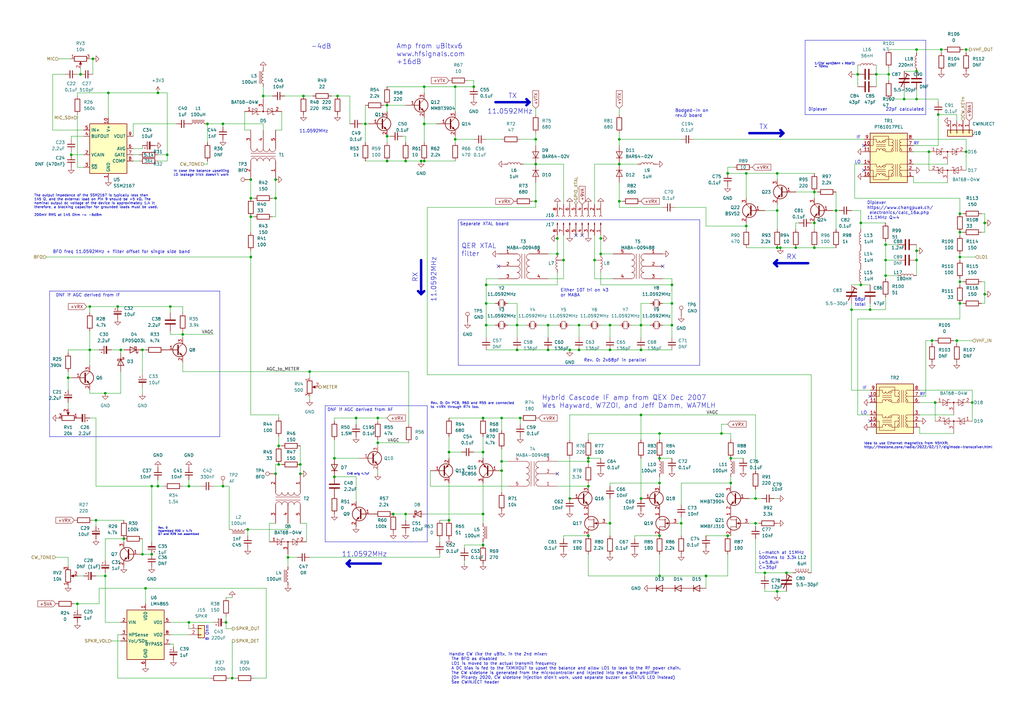
<source format=kicad_sch>
(kicad_sch (version 20230121) (generator eeschema)

  (uuid 0e592cd4-1950-44ef-9727-8e526f4c4e12)

  (paper "A3")

  (title_block
    (title "DART-70 TRX")
    (date "2023-06-29")
    (rev "1")
    (company "HB9EGM")
    (comment 1 "A 4m Band SSB/CW Transceiver")
    (comment 2 "Baseband")
  )

  

  (junction (at 186.69 57.15) (diameter 0) (color 0 0 0 0)
    (uuid 0079a40d-5664-4eb5-a4a1-35e197c9e578)
  )
  (junction (at 172.72 66.04) (diameter 0) (color 0 0 0 0)
    (uuid 027f19f3-a3d5-4daa-a96e-c5d9a71c1df8)
  )
  (junction (at 158.75 55.88) (diameter 0) (color 0 0 0 0)
    (uuid 02d8bab6-e62a-43d8-ae0a-47eb8be52f66)
  )
  (junction (at 58.42 143.51) (diameter 0) (color 0 0 0 0)
    (uuid 059f4155-bed3-4fb2-9baa-d569f31b7e5d)
  )
  (junction (at 320.04 101.6) (diameter 0) (color 0 0 0 0)
    (uuid 076a6a07-11fa-4191-a538-035a47a6b026)
  )
  (junction (at 199.39 124.46) (diameter 0) (color 0 0 0 0)
    (uuid 08e3fbcd-b24c-43b5-a2a5-3ed606084464)
  )
  (junction (at 375.92 20.32) (diameter 0) (color 0 0 0 0)
    (uuid 0e0e432b-78ea-4677-9624-cfa175a66f05)
  )
  (junction (at 262.89 143.51) (diameter 0) (color 0 0 0 0)
    (uuid 0e565d2a-00bb-4f20-8e2e-0f824e8d2762)
  )
  (junction (at 356.87 127) (diameter 0) (color 0 0 0 0)
    (uuid 0e79f50c-6749-4775-a4f9-1113788b2e6b)
  )
  (junction (at 241.3 189.23) (diameter 0) (color 0 0 0 0)
    (uuid 0f8367d0-e4ea-40ae-8dac-4e16d60a532f)
  )
  (junction (at 298.45 71.12) (diameter 0) (color 0 0 0 0)
    (uuid 1012b60c-7995-4cf6-a029-e4cda1fc26a4)
  )
  (junction (at 39.37 213.36) (diameter 0) (color 0 0 0 0)
    (uuid 1761eacf-5516-4f80-af22-ca5c2f3d7629)
  )
  (junction (at 173.99 50.8) (diameter 0) (color 0 0 0 0)
    (uuid 17a2367e-a2ff-4b57-83ee-9ab25894ec97)
  )
  (junction (at 48.26 125.73) (diameter 0) (color 0 0 0 0)
    (uuid 1843d2c0-629c-44e7-8460-03ced60a2111)
  )
  (junction (at 334.01 101.6) (diameter 0) (color 0 0 0 0)
    (uuid 1938c685-27ac-44a9-aab4-2c6ed50b8ec7)
  )
  (junction (at 295.91 177.8) (diameter 0) (color 0 0 0 0)
    (uuid 1a164a1f-45a6-43b7-9b64-349463c23d37)
  )
  (junction (at 166.37 210.82) (diameter 0) (color 0 0 0 0)
    (uuid 1c038126-c738-4381-b698-5c33c4341ae8)
  )
  (junction (at 64.77 38.1) (diameter 0) (color 0 0 0 0)
    (uuid 1d478e31-7d05-4026-94bc-716d6e6d4a57)
  )
  (junction (at 262.89 204.47) (diameter 0) (color 0 0 0 0)
    (uuid 1de51305-582b-4628-8092-75c3cf54eea0)
  )
  (junction (at 113.03 194.31) (diameter 0) (color 0 0 0 0)
    (uuid 1e5b8adc-bfe4-4d62-8fbb-b09ad198c5b6)
  )
  (junction (at 233.68 143.51) (diameter 0) (color 0 0 0 0)
    (uuid 210630ed-a720-499f-8ec9-3630627e1e05)
  )
  (junction (at 194.31 35.56) (diameter 0) (color 0 0 0 0)
    (uuid 222d63d3-68ff-4a04-b7c3-6efd5c4ab9e1)
  )
  (junction (at 381 62.23) (diameter 0) (color 0 0 0 0)
    (uuid 223b72c8-191b-4d26-8e73-2beb56cb0a2b)
  )
  (junction (at 298.45 219.71) (diameter 0) (color 0 0 0 0)
    (uuid 22f086a0-4e36-4832-8e1e-3bdb65f5c3f2)
  )
  (junction (at 212.09 143.51) (diameter 0) (color 0 0 0 0)
    (uuid 24fd922c-d488-4d61-b6dc-9d3e359ccc82)
  )
  (junction (at 299.72 187.96) (diameter 0) (color 0 0 0 0)
    (uuid 2583e10f-d237-4b6a-a35d-cff26f964496)
  )
  (junction (at 384.81 46.99) (diameter 0) (color 0 0 0 0)
    (uuid 2752e81c-fd78-4adc-8a3e-c2100d5bd7d7)
  )
  (junction (at 44.45 38.1) (diameter 0) (color 0 0 0 0)
    (uuid 2792ed93-89db-4e51-99ff-281323e776eb)
  )
  (junction (at 43.18 161.29) (diameter 0) (color 0 0 0 0)
    (uuid 2ac61f93-ebdb-4844-a9b1-76718596cd8a)
  )
  (junction (at 158.75 43.18) (diameter 0) (color 0 0 0 0)
    (uuid 2cd3680a-9e9d-4c97-9125-39c64a75e644)
  )
  (junction (at 270.51 198.12) (diameter 0) (color 0 0 0 0)
    (uuid 2d264e2f-7e31-4a17-86c5-13a68ab3ff7e)
  )
  (junction (at 363.22 106.68) (diameter 0) (color 0 0 0 0)
    (uuid 2fd14c3b-7e81-4330-b4b6-7d3b5d88fd5c)
  )
  (junction (at 393.7 115.57) (diameter 0) (color 0 0 0 0)
    (uuid 2fdc7923-56aa-4f0e-b559-e1b2e79c3c8f)
  )
  (junction (at 114.3 190.5) (diameter 0) (color 0 0 0 0)
    (uuid 30a877c2-a2d2-45b6-a8fa-8c4567fd5621)
  )
  (junction (at 382.27 139.7) (diameter 0) (color 0 0 0 0)
    (uuid 30dc039a-a902-4295-a2ea-7a00c6153126)
  )
  (junction (at 318.77 71.12) (diameter 0) (color 0 0 0 0)
    (uuid 315201dd-7991-408a-b65b-aa397fb29cdd)
  )
  (junction (at 38.1 24.13) (diameter 0) (color 0 0 0 0)
    (uuid 335263d3-7e35-4a9c-83c2-cd71d45f0688)
  )
  (junction (at 383.54 165.1) (diameter 0) (color 0 0 0 0)
    (uuid 3365c11b-b4a5-418d-85ee-41028926f18a)
  )
  (junction (at 351.79 30.48) (diameter 0) (color 0 0 0 0)
    (uuid 3b4c9779-bcad-4732-8142-8c3ab8d0419f)
  )
  (junction (at 173.99 35.56) (diameter 0) (color 0 0 0 0)
    (uuid 3bd6009a-f48b-4c66-92de-4d24549b4c7d)
  )
  (junction (at 161.29 210.82) (diameter 0) (color 0 0 0 0)
    (uuid 3bf0f30a-4c02-4011-9e56-5268cd9a18bc)
  )
  (junction (at 198.12 171.45) (diameter 0) (color 0 0 0 0)
    (uuid 3e9deac2-8e86-484c-b76a-a334d0715f66)
  )
  (junction (at 403.86 120.65) (diameter 0) (color 0 0 0 0)
    (uuid 3f6ba890-8616-4e68-b9d0-3d4eacc2e5c7)
  )
  (junction (at 254 82.55) (diameter 0) (color 0 0 0 0)
    (uuid 3fab5bb1-8815-4b0a-a5a7-85bc20dde8b0)
  )
  (junction (at 375.92 106.68) (diameter 0) (color 0 0 0 0)
    (uuid 3fcecab3-b47b-4a8c-9fb9-b323af94bc6b)
  )
  (junction (at 173.99 66.04) (diameter 0) (color 0 0 0 0)
    (uuid 43c88063-044a-47b7-b010-f3fb76152eec)
  )
  (junction (at 375.92 102.87) (diameter 0) (color 0 0 0 0)
    (uuid 446196fa-4af3-4fe1-9348-f02489c61276)
  )
  (junction (at 199.39 133.35) (diameter 0) (color 0 0 0 0)
    (uuid 460147d8-e4b6-4910-88e9-07d1ddd6c2df)
  )
  (junction (at 219.71 57.15) (diameter 0) (color 0 0 0 0)
    (uuid 485f8372-6f58-431e-9419-bfc90ad67732)
  )
  (junction (at 364.49 30.48) (diameter 0) (color 0 0 0 0)
    (uuid 4b3ba67b-606d-4750-abb9-54a01fd7bc1a)
  )
  (junction (at 212.09 133.35) (diameter 0) (color 0 0 0 0)
    (uuid 4b982f8b-ca29-4ebf-88fc-8a50b24e0802)
  )
  (junction (at 359.41 30.48) (diameter 0) (color 0 0 0 0)
    (uuid 4bcbab50-174d-4a4b-8660-c13a99f4d953)
  )
  (junction (at 246.38 104.14) (diameter 0) (color 0 0 0 0)
    (uuid 4d4b296b-354c-4f54-8b98-a9fec52fa110)
  )
  (junction (at 375.92 29.21) (diameter 0) (color 0 0 0 0)
    (uuid 4dbafe87-53e2-4b1b-b9d1-f029995a0c51)
  )
  (junction (at 91.44 50.8) (diameter 0) (color 0 0 0 0)
    (uuid 4f100da6-d6f9-4b77-90f1-fda986c2ed73)
  )
  (junction (at 113.03 81.28) (diameter 0) (color 0 0 0 0)
    (uuid 4f661a6f-98d8-4461-9401-113364b1e3a8)
  )
  (junction (at 184.15 213.36) (diameter 0) (color 0 0 0 0)
    (uuid 510aabe6-d19e-45d2-9ee4-74f6d2e6df89)
  )
  (junction (at 393.7 87.63) (diameter 0) (color 0 0 0 0)
    (uuid 56e3e10b-0165-4e27-9816-f40b5bb7e426)
  )
  (junction (at 275.59 133.35) (diameter 0) (color 0 0 0 0)
    (uuid 5c4341e3-29f4-4014-ad6b-9b4cb50156a6)
  )
  (junction (at 246.38 97.79) (diameter 0) (color 0 0 0 0)
    (uuid 5d58706a-c013-405c-9112-847886006796)
  )
  (junction (at 262.89 133.35) (diameter 0) (color 0 0 0 0)
    (uuid 5dbda758-e74b-4ccf-ad68-495d537d68ba)
  )
  (junction (at 275.59 124.46) (diameter 0) (color 0 0 0 0)
    (uuid 5fc44bfc-3a32-42f5-89ff-303d655beeb1)
  )
  (junction (at 198.12 223.52) (diameter 0) (color 0 0 0 0)
    (uuid 611c0051-64b3-4ff6-b51a-6ea814324060)
  )
  (junction (at 69.85 125.73) (diameter 0) (color 0 0 0 0)
    (uuid 62ed984b-c070-4de1-bd86-30aeb09fb9cd)
  )
  (junction (at 326.39 101.6) (diameter 0) (color 0 0 0 0)
    (uuid 6333a58f-0905-40bf-8806-a9405483f292)
  )
  (junction (at 138.43 39.37) (diameter 0) (color 0 0 0 0)
    (uuid 67d87795-1d4f-4f21-9afa-f7da30e8b867)
  )
  (junction (at 342.9 86.36) (diameter 0) (color 0 0 0 0)
    (uuid 6bdd7ca9-a767-4e33-bf37-498b319fce63)
  )
  (junction (at 102.87 88.9) (diameter 0) (color 0 0 0 0)
    (uuid 6e61ed05-4ce2-4d6e-b300-e8935e213361)
  )
  (junction (at 62.23 227.33) (diameter 0) (color 0 0 0 0)
    (uuid 707b1436-6255-4e74-ac3c-e365f258d4c7)
  )
  (junction (at 270.51 236.22) (diameter 0) (color 0 0 0 0)
    (uuid 711716b4-cb3c-40a8-915f-7a9cd1c1a345)
  )
  (junction (at 306.07 92.71) (diameter 0) (color 0 0 0 0)
    (uuid 71548298-edf3-48ed-bda9-4f920bb3ffda)
  )
  (junction (at 334.01 91.44) (diameter 0) (color 0 0 0 0)
    (uuid 7203aae8-7ab5-4754-be1f-92fd79bf7883)
  )
  (junction (at 228.6 104.14) (diameter 0) (color 0 0 0 0)
    (uuid 7292e3c7-8290-4fad-a17c-92a17c78ac6c)
  )
  (junction (at 127 152.4) (diameter 0) (color 0 0 0 0)
    (uuid 76f10a7e-8bc4-4240-8e23-1f6453db5228)
  )
  (junction (at 254 57.15) (diameter 0) (color 0 0 0 0)
    (uuid 782fd8fa-9fb0-44b6-bdfd-23367a676327)
  )
  (junction (at 299.72 198.12) (diameter 0) (color 0 0 0 0)
    (uuid 79aa4561-3272-488a-aacc-d24a783bf3fa)
  )
  (junction (at 146.05 171.45) (diameter 0) (color 0 0 0 0)
    (uuid 7ded6bed-9dbd-4c41-9e1c-d3038d76e12b)
  )
  (junction (at 393.7 105.41) (diameter 0) (color 0 0 0 0)
    (uuid 88658da7-484b-4fb1-bd87-cf0fe9fbbc98)
  )
  (junction (at 318.77 86.36) (diameter 0) (color 0 0 0 0)
    (uuid 897a30bd-82ab-4191-9e1c-88c95eb420c0)
  )
  (junction (at 205.74 171.45) (diameter 0) (color 0 0 0 0)
    (uuid 89924c9d-894c-4783-bb98-91fe4fffc426)
  )
  (junction (at 363.22 100.33) (diameter 0) (color 0 0 0 0)
    (uuid 89a0992d-b4b4-4a98-9018-0c3e3ac7c4ed)
  )
  (junction (at 403.86 91.44) (diameter 0) (color 0 0 0 0)
    (uuid 8a030abd-885a-4b15-b74a-b44dc2b6c7d7)
  )
  (junction (at 334.01 78.74) (diameter 0) (color 0 0 0 0)
    (uuid 8cad30c6-cd21-4b04-8aa8-5dfd9876668a)
  )
  (junction (at 370.84 40.64) (diameter 0) (color 0 0 0 0)
    (uuid 8d45f61e-b48a-4d9a-9705-81179d1cee29)
  )
  (junction (at 92.71 255.27) (diameter 0) (color 0 0 0 0)
    (uuid 8d612602-5cc8-45dd-a943-2a29be4b9ede)
  )
  (junction (at 102.87 81.28) (diameter 0) (color 0 0 0 0)
    (uuid 8edc9989-feda-4190-96e8-8ba0ca953891)
  )
  (junction (at 43.18 236.22) (diameter 0) (color 0 0 0 0)
    (uuid 8f57152a-781e-4e8e-b36c-e81f9a864e3b)
  )
  (junction (at 250.19 214.63) (diameter 0) (color 0 0 0 0)
    (uuid 91049a94-ccf8-463e-ab05-8a76a56be653)
  )
  (junction (at 309.88 214.63) (diameter 0) (color 0 0 0 0)
    (uuid 9134413a-edf3-40ce-9ec2-93a536746842)
  )
  (junction (at 318.77 242.57) (diameter 0) (color 0 0 0 0)
    (uuid 92b5166e-7b6a-4c31-94b5-b9d3f56f30b6)
  )
  (junction (at 205.74 189.23) (diameter 0) (color 0 0 0 0)
    (uuid 94a7e072-a853-4895-a974-0e863ac9edc2)
  )
  (junction (at 113.03 73.66) (diameter 0) (color 0 0 0 0)
    (uuid 9501ad82-8c5c-4bd6-a4e5-d738b7099508)
  )
  (junction (at 224.79 133.35) (diameter 0) (color 0 0 0 0)
    (uuid 9666bb6a-0c1d-4c92-be6d-94a465ec5c51)
  )
  (junction (at 64.77 199.39) (diameter 0) (color 0 0 0 0)
    (uuid 97e09b83-0572-4634-8ce7-0a86f1339fd8)
  )
  (junction (at 107.95 39.37) (diameter 0) (color 0 0 0 0)
    (uuid 983034d1-18ea-4dac-8753-9630cc5e0592)
  )
  (junction (at 386.08 20.32) (diameter 0) (color 0 0 0 0)
    (uuid 9873db56-1f37-4fe2-98ad-60e4c87af40c)
  )
  (junction (at 275.59 116.84) (diameter 0) (color 0 0 0 0)
    (uuid 9918dbb5-067b-4f72-a60f-e99dd790b7bf)
  )
  (junction (at 270.51 177.8) (diameter 0) (color 0 0 0 0)
    (uuid 994aaeb0-a945-4297-8f22-64b15ec2470b)
  )
  (junction (at 363.22 113.03) (diameter 0) (color 0 0 0 0)
    (uuid 9a438e91-12f1-4003-9587-51635f0ae695)
  )
  (junction (at 102.87 73.66) (diameter 0) (color 0 0 0 0)
    (uuid 9d0f1857-3b05-4e01-b461-94289f64ce4a)
  )
  (junction (at 123.19 194.31) (diameter 0) (color 0 0 0 0)
    (uuid 9d1032f1-04b7-4a45-a406-c5f306a5a4a3)
  )
  (junction (at 393.7 95.25) (diameter 0) (color 0 0 0 0)
    (uuid a4615cb6-40e1-4e6b-aa44-484a7357f4a4)
  )
  (junction (at 198.12 185.42) (diameter 0) (color 0 0 0 0)
    (uuid a4ec02e9-e140-4dcc-958f-47f7624526cb)
  )
  (junction (at 36.83 125.73) (diameter 0) (color 0 0 0 0)
    (uuid a65cad0c-0ef1-4ea5-a965-4eae7ac1f6af)
  )
  (junction (at 231.14 106.68) (diameter 0) (color 0 0 0 0)
    (uuid a662cdd6-a57e-4364-b8b3-c025c426c5be)
  )
  (junction (at 31.75 247.65) (diameter 0) (color 0 0 0 0)
    (uuid a69f72c8-ce0f-4293-bf44-c6832495c836)
  )
  (junction (at 77.47 199.39) (diameter 0) (color 0 0 0 0)
    (uuid a7cad282-51c3-4f24-be5e-311c2c5e959b)
  )
  (junction (at 137.16 195.58) (diameter 0) (color 0 0 0 0)
    (uuid a8675aa5-24f4-4a65-9564-259800e24a61)
  )
  (junction (at 228.6 97.79) (diameter 0) (color 0 0 0 0)
    (uuid aa537d78-628c-458e-8a08-c2dae82aca82)
  )
  (junction (at 318.77 101.6) (diameter 0) (color 0 0 0 0)
    (uuid aad5fe2f-2964-4c2f-90b5-8ec10e02fb70)
  )
  (junction (at 158.75 66.04) (diameter 0) (color 0 0 0 0)
    (uuid ab5a5163-9113-4726-bc7a-7e25f5bcb137)
  )
  (junction (at 27.94 154.94) (diameter 0) (color 0 0 0 0)
    (uuid ac0e5582-f44c-4bc2-8ae7-2c3f1115fb00)
  )
  (junction (at 33.02 30.48) (diameter 0) (color 0 0 0 0)
    (uuid ad2d033c-4040-4813-b5da-82cf827f9d86)
  )
  (junction (at 237.49 133.35) (diameter 0) (color 0 0 0 0)
    (uuid ad485fa9-ca4c-467a-b6d9-302ae2ec4eaa)
  )
  (junction (at 91.44 199.39) (diameter 0) (color 0 0 0 0)
    (uuid ae4c18cc-90ed-4d31-b27a-ee22bf49a14e)
  )
  (junction (at 237.49 143.51) (diameter 0) (color 0 0 0 0)
    (uuid aed41e50-066a-4d5d-9b35-33c86a58f817)
  )
  (junction (at 309.88 204.47) (diameter 0) (color 0 0 0 0)
    (uuid b046cbfe-7bd9-4ac8-9c60-a84b90a07076)
  )
  (junction (at 198.12 210.82) (diameter 0) (color 0 0 0 0)
    (uuid b0bd599f-5320-4de4-9844-b1248597f45d)
  )
  (junction (at 59.69 241.3) (diameter 0) (color 0 0 0 0)
    (uuid b2c93e47-1b35-4bce-b217-c95c59af9fea)
  )
  (junction (at 102.87 105.41) (diameter 0) (color 0 0 0 0)
    (uuid b2fc5a98-a9c8-4ffb-bf05-9a95788a6f6e)
  )
  (junction (at 199.39 116.84) (diameter 0) (color 0 0 0 0)
    (uuid b3ba518e-938d-434b-8f72-5ecf3fd42313)
  )
  (junction (at 154.94 181.61) (diameter 0) (color 0 0 0 0)
    (uuid b52e2ac1-1ad4-4299-a3b7-5950aeda9b09)
  )
  (junction (at 219.71 67.31) (diameter 0) (color 0 0 0 0)
    (uuid b55942a4-2e67-4c91-a2e2-17d287af1b39)
  )
  (junction (at 58.42 227.33) (diameter 0) (color 0 0 0 0)
    (uuid b67c5032-3958-4f67-8cff-2bc749aa2559)
  )
  (junction (at 68.58 63.5) (diameter 0) (color 0 0 0 0)
    (uuid b6a3e709-356a-4a55-ac00-07ba73afac37)
  )
  (junction (at 313.69 234.95) (diameter 0) (color 0 0 0 0)
    (uuid b7b0b83f-2dad-41a6-8e3b-dd0617021680)
  )
  (junction (at 233.68 204.47) (diameter 0) (color 0 0 0 0)
    (uuid bb8fc86a-138e-468d-a6f3-4d425bea2798)
  )
  (junction (at 241.3 199.39) (diameter 0) (color 0 0 0 0)
    (uuid bcb7b50e-e30b-4748-9ad3-15fd19268fd8)
  )
  (junction (at 270.51 187.96) (diameter 0) (color 0 0 0 0)
    (uuid bdd38f4a-d1f5-49ea-86a0-7074369f7406)
  )
  (junction (at 101.6 217.17) (diameter 0) (color 0 0 0 0)
    (uuid bf1cf86a-4cef-455a-b67c-093dbb9970e5)
  )
  (junction (at 95.25 278.13) (diameter 0) (color 0 0 0 0)
    (uuid bff74fb8-2e53-4140-9d30-8bb9b336dda4)
  )
  (junction (at 50.8 220.98) (diameter 0) (color 0 0 0 0)
    (uuid c07980be-125c-4459-be81-f2b8371f5ae2)
  )
  (junction (at 205.74 193.04) (diameter 0) (color 0 0 0 0)
    (uuid c41a688f-80a3-4252-bb37-134631846db3)
  )
  (junction (at 250.19 143.51) (diameter 0) (color 0 0 0 0)
    (uuid c8816f2b-d043-4f02-8988-815e5e7435ee)
  )
  (junction (at 118.11 228.6) (diameter 0) (color 0 0 0 0)
    (uuid c8c4fbfe-4e9c-445d-882a-7f1bac80adc8)
  )
  (junction (at 250.19 133.35) (diameter 0) (color 0 0 0 0)
    (uuid ca2ddb3d-eff7-4148-ac57-d5c14ba8be31)
  )
  (junction (at 393.7 124.46) (diameter 0) (color 0 0 0 0)
    (uuid ca5a4e59-a0d9-41f3-a4f9-8e9003dc636c)
  )
  (junction (at 241.3 187.96) (diameter 0) (color 0 0 0 0)
    (uuid cf4a7a0f-4b62-4a14-8810-1f9be9bb8bca)
  )
  (junction (at 375.92 40.64) (diameter 0) (color 0 0 0 0)
    (uuid cfd26f0b-c959-40e8-8a7e-48204bb5c64f)
  )
  (junction (at 224.79 143.51) (diameter 0) (color 0 0 0 0)
    (uuid d3e01bdf-5c14-407f-80a1-1d934fc04fab)
  )
  (junction (at 149.86 50.8) (diameter 0) (color 0 0 0 0)
    (uuid d46cfddd-ae59-45a8-a05e-501b77d91351)
  )
  (junction (at 124.46 39.37) (diameter 0) (color 0 0 0 0)
    (uuid d47b6e93-2883-4b61-9107-b49e482eb126)
  )
  (junction (at 270.51 219.71) (diameter 0) (color 0 0 0 0)
    (uuid d5fa5081-044e-4305-8f5d-d2a56bf86d29)
  )
  (junction (at 77.47 255.27) (diameter 0) (color 0 0 0 0)
    (uuid d6fda246-3399-48cd-8a06-99bbdf8c75e4)
  )
  (junction (at 241.3 219.71) (diameter 0) (color 0 0 0 0)
    (uuid d703d54e-2823-4563-98c8-59d8b8b54fec)
  )
  (junction (at 166.37 66.04) (diameter 0) (color 0 0 0 0)
    (uuid d774c163-0e71-4e59-99e8-33a6c910c00d)
  )
  (junction (at 62.23 199.39) (diameter 0) (color 0 0 0 0)
    (uuid d7d4c350-2318-4a09-b921-0a78963f6666)
  )
  (junction (at 254 67.31) (diameter 0) (color 0 0 0 0)
    (uuid d964cb21-9482-4b14-9981-964030a476a5)
  )
  (junction (at 219.71 82.55) (diameter 0) (color 0 0 0 0)
    (uuid d96c7ae3-a14b-4da8-8c67-7918799c8e60)
  )
  (junction (at 396.24 62.23) (diameter 0) (color 0 0 0 0)
    (uuid daa9b5c5-21a2-4482-b81a-69bb9f749fb7)
  )
  (junction (at 186.69 35.56) (diameter 0) (color 0 0 0 0)
    (uuid dcdfeb28-863e-4a43-ad64-f6e45863b4d7)
  )
  (junction (at 213.36 171.45) (diameter 0) (color 0 0 0 0)
    (uuid ddaaa428-40ee-45ee-a789-6961e25a11bb)
  )
  (junction (at 392.43 139.7) (diameter 0) (color 0 0 0 0)
    (uuid de1eb50d-ef90-4d0d-a112-fc865a422b99)
  )
  (junction (at 289.56 236.22) (diameter 0) (color 0 0 0 0)
    (uuid df231e82-dc0c-49c1-a01b-d2be84591ff3)
  )
  (junction (at 322.58 234.95) (diameter 0) (color 0 0 0 0)
    (uuid e15f6002-d342-413a-a773-225c5f4cfb04)
  )
  (junction (at 396.24 20.32) (diameter 0) (color 0 0 0 0)
    (uuid e2d27bd1-d4c5-4321-a13b-160cb2d6015d)
  )
  (junction (at 49.53 143.51) (diameter 0) (color 0 0 0 0)
    (uuid e3903eeb-8b72-4b40-a088-cbbba270c01b)
  )
  (junction (at 279.4 214.63) (diameter 0) (color 0 0 0 0)
    (uuid e736b041-4756-4726-980f-1b93cf00a2ad)
  )
  (junction (at 243.84 106.68) (diameter 0) (color 0 0 0 0)
    (uuid e7eee956-d2ad-4d33-9823-9759f9a8aab1)
  )
  (junction (at 74.93 137.16) (diameter 0) (color 0 0 0 0)
    (uuid e8558fbd-ea42-43a6-966a-7bd304bdfaad)
  )
  (junction (at 353.06 91.44) (diameter 0) (color 0 0 0 0)
    (uuid e8822f44-e7ca-47f3-a9bc-951244c889e7)
  )
  (junction (at 36.83 143.51) (diameter 0) (color 0 0 0 0)
    (uuid eac540a2-0555-4530-b9cb-9b037a65c0a7)
  )
  (junction (at 114.3 182.88) (diameter 0) (color 0 0 0 0)
    (uuid eb3c65f0-3082-4c13-98c1-cac8dc7eccac)
  )
  (junction (at 137.16 187.96) (diameter 0) (color 0 0 0 0)
    (uuid ecba702e-9fb5-4bd7-9b08-5197492ec54b)
  )
  (junction (at 349.25 127) (diameter 0) (color 0 0 0 0)
    (uuid ef4c798c-4721-49f1-8016-e362a6672715)
  )
  (junction (at 154.94 171.45) (diameter 0) (color 0 0 0 0)
    (uuid ef890f22-a95b-4cdb-a961-150349a2c3c2)
  )
  (junction (at 398.78 165.1) (diameter 0) (color 0 0 0 0)
    (uuid efac21da-3f93-4ae4-bab8-dbdec293c35e)
  )
  (junction (at 306.07 71.12) (diameter 0) (color 0 0 0 0)
    (uuid f02e930f-fe1a-4921-a9df-ee330f41d2bd)
  )
  (junction (at 353.06 116.84) (diameter 0) (color 0 0 0 0)
    (uuid f22dadd7-4a1b-4449-b981-cbbeced9fbc5)
  )
  (junction (at 85.09 50.8) (diameter 0) (color 0 0 0 0)
    (uuid f9362574-7797-4e6e-9765-e515232ee831)
  )
  (junction (at 184.15 185.42) (diameter 0) (color 0 0 0 0)
    (uuid fb5d1a59-18d1-49ea-b504-10e76cce8897)
  )
  (junction (at 123.19 190.5) (diameter 0) (color 0 0 0 0)
    (uuid fbe71f6a-7e5a-41f1-9e6e-b2e94d49a3bc)
  )
  (junction (at 29.21 63.5) (diameter 0) (color 0 0 0 0)
    (uuid fe2b05f5-675b-44d0-956c-c5829b7c692a)
  )
  (junction (at 262.89 170.18) (diameter 0) (color 0 0 0 0)
    (uuid fe2ce942-d4c5-4b3f-a09e-cda9276450f6)
  )

  (no_connect (at 356.87 172.72) (uuid 112718f1-f222-4c50-a4f0-a42dabd066b7))
  (no_connect (at 236.22 96.52) (uuid 2b99a1e6-5f67-436f-9ed5-38e8bfd4c142))
  (no_connect (at 354.33 69.85) (uuid 36cd8509-4b06-4001-aa2f-00b548cb4477))
  (no_connect (at 204.47 109.22) (uuid 4866aeb4-d287-46eb-8d15-c55d9c708490))
  (no_connect (at 354.33 59.69) (uuid 6226f2ac-b9bf-4733-a388-cd49aa6934ae))
  (no_connect (at 356.87 162.56) (uuid 69a2fbd1-0689-4722-b099-d7d4b3a2c805))
  (no_connect (at 271.78 109.22) (uuid 8a4c8ee9-530e-4698-8694-1dcab411e819))
  (no_connect (at 228.6 194.31) (uuid afdb3662-3196-4d9d-b0e8-7f416bb5cd4f))
  (no_connect (at 238.76 96.52) (uuid ee08a6c2-528a-478b-9089-08fe9a37ec7e))

  (wire (pts (xy 403.86 87.63) (xy 403.86 91.44))
    (stroke (width 0) (type default))
    (uuid 006436ec-9ab2-4589-83be-4667e52db3bf)
  )
  (wire (pts (xy 205.74 171.45) (xy 205.74 176.53))
    (stroke (width 0) (type default))
    (uuid 00c27d59-c437-4bee-9cde-cbd48a34e31b)
  )
  (wire (pts (xy 318.77 83.82) (xy 318.77 86.36))
    (stroke (width 0) (type default))
    (uuid 00cf6024-5820-4cff-8981-5be2b438caf3)
  )
  (wire (pts (xy 87.63 199.39) (xy 91.44 199.39))
    (stroke (width 0) (type default))
    (uuid 0113fe75-9787-49bd-865f-03242ce2a366)
  )
  (wire (pts (xy 219.71 57.15) (xy 219.71 54.61))
    (stroke (width 0) (type default))
    (uuid 0125f083-fa2b-4a11-85be-7853b609b001)
  )
  (wire (pts (xy 359.41 30.48) (xy 359.41 35.56))
    (stroke (width 0) (type default))
    (uuid 01c67c04-8ed4-481b-b382-ac69e0a55001)
  )
  (wire (pts (xy 68.58 66.04) (xy 64.77 66.04))
    (stroke (width 0) (type default))
    (uuid 01caafb3-af8a-4642-870c-c290b286d040)
  )
  (wire (pts (xy 166.37 43.18) (xy 158.75 43.18))
    (stroke (width 0) (type default))
    (uuid 01f0181c-303d-46c7-ba34-20eee1c48cd1)
  )
  (wire (pts (xy 173.99 50.8) (xy 179.07 50.8))
    (stroke (width 0) (type default))
    (uuid 0222c276-ce98-44cf-9ac7-d0d00163570d)
  )
  (wire (pts (xy 190.5 231.14) (xy 190.5 229.87))
    (stroke (width 0) (type default))
    (uuid 027fc545-8a42-4646-8424-467711418116)
  )
  (wire (pts (xy 114.3 170.18) (xy 114.3 171.45))
    (stroke (width 0) (type default))
    (uuid 0332aa97-cadc-4e7a-b8af-ca59e255597d)
  )
  (wire (pts (xy 173.99 66.04) (xy 186.69 66.04))
    (stroke (width 0) (type default))
    (uuid 035d062f-f875-4853-8ca1-a348c3967bb1)
  )
  (wire (pts (xy 113.03 214.63) (xy 110.49 214.63))
    (stroke (width 0) (type default))
    (uuid 03b7756f-0559-43eb-b24d-3aefa5a15899)
  )
  (wire (pts (xy 394.97 20.32) (xy 396.24 20.32))
    (stroke (width 0) (type default))
    (uuid 03ce6745-00b2-4d2b-bad7-eb9745172859)
  )
  (wire (pts (xy 166.37 210.82) (xy 161.29 210.82))
    (stroke (width 0) (type default))
    (uuid 03dd13e2-d89f-47ed-8a2f-ce75e7a97ef3)
  )
  (wire (pts (xy 262.89 133.35) (xy 266.7 133.35))
    (stroke (width 0) (type default))
    (uuid 042fe62b-53aa-4e86-97d0-9ccb1e16a895)
  )
  (wire (pts (xy 379.73 139.7) (xy 382.27 139.7))
    (stroke (width 0) (type default))
    (uuid 0437af13-5b81-4e18-82d5-0ec28c5d895f)
  )
  (wire (pts (xy 374.65 74.93) (xy 374.65 72.39))
    (stroke (width 0) (type default))
    (uuid 047a18ce-9e77-4d7d-a9ce-60b21f671177)
  )
  (wire (pts (xy 31.75 68.58) (xy 34.29 68.58))
    (stroke (width 0) (type default))
    (uuid 04868f85-bc69-4fa9-8e62-d78ffe5ae58e)
  )
  (wire (pts (xy 396.24 20.32) (xy 397.51 20.32))
    (stroke (width 0) (type default))
    (uuid 04ef368b-f4e9-48da-956c-ee93cb3d01e8)
  )
  (wire (pts (xy 363.22 106.68) (xy 363.22 113.03))
    (stroke (width 0) (type default))
    (uuid 05ddadd4-94df-4d6a-b500-ff320675ba33)
  )
  (wire (pts (xy 241.3 227.33) (xy 241.3 236.22))
    (stroke (width 0) (type default))
    (uuid 066671d9-1fdf-4a05-a7e7-cadb7d44b89f)
  )
  (wire (pts (xy 356.87 124.46) (xy 356.87 127))
    (stroke (width 0) (type default))
    (uuid 06fedb5b-65dd-4aa0-9e2d-b04e5a505f26)
  )
  (wire (pts (xy 208.28 124.46) (xy 212.09 124.46))
    (stroke (width 0) (type default))
    (uuid 082d865b-0a4e-49c3-b18b-be47fd4a465a)
  )
  (wire (pts (xy 382.27 139.7) (xy 383.54 139.7))
    (stroke (width 0) (type default))
    (uuid 0830aef1-c986-42f8-ba6a-a3fcacbf0210)
  )
  (wire (pts (xy 309.88 234.95) (xy 309.88 220.98))
    (stroke (width 0) (type default))
    (uuid 08c8f1b4-737d-438b-967e-a77cce3833c0)
  )
  (wire (pts (xy 58.42 143.51) (xy 58.42 153.67))
    (stroke (width 0) (type default))
    (uuid 09321bf4-1ea1-49b5-b1f9-ac29d6606a74)
  )
  (wire (pts (xy 173.99 35.56) (xy 186.69 35.56))
    (stroke (width 0) (type default))
    (uuid 0943dfff-08fd-4176-a97a-8e271f47b148)
  )
  (wire (pts (xy 393.7 105.41) (xy 393.7 104.14))
    (stroke (width 0) (type default))
    (uuid 09aa0d32-f4dc-42fd-a756-e1229737bd34)
  )
  (wire (pts (xy 289.56 236.22) (xy 289.56 241.3))
    (stroke (width 0) (type default))
    (uuid 0a0c053c-54e0-4f14-b909-036d0c5fbf08)
  )
  (wire (pts (xy 158.75 43.18) (xy 158.75 45.72))
    (stroke (width 0) (type default))
    (uuid 0a80373e-7854-41a7-8441-30fd81967887)
  )
  (wire (pts (xy 254 74.93) (xy 254 82.55))
    (stroke (width 0) (type default))
    (uuid 0a9f993d-d83a-4cdc-bae3-0f40dd545220)
  )
  (wire (pts (xy 279.4 198.12) (xy 299.72 198.12))
    (stroke (width 0) (type default))
    (uuid 0b5e9f79-a50b-4078-b2be-eff1d45ab7fc)
  )
  (wire (pts (xy 309.88 234.95) (xy 313.69 234.95))
    (stroke (width 0) (type default))
    (uuid 0dc79dd3-c584-4173-b914-e6a8bcd18e45)
  )
  (wire (pts (xy 36.83 135.89) (xy 36.83 143.51))
    (stroke (width 0) (type default))
    (uuid 0e1c6bbc-4cc4-4ce9-b48a-8292bb286da8)
  )
  (wire (pts (xy 246.38 97.79) (xy 246.38 96.52))
    (stroke (width 0) (type default))
    (uuid 0f4b5c7f-79aa-4c46-b222-58e7e288b195)
  )
  (wire (pts (xy 33.02 27.94) (xy 33.02 30.48))
    (stroke (width 0) (type default))
    (uuid 100847e3-630c-4c13-ba45-180e92370805)
  )
  (wire (pts (xy 318.77 71.12) (xy 318.77 73.66))
    (stroke (width 0) (type default))
    (uuid 10ef0d40-b427-4fac-bff7-e8ca2d279fd2)
  )
  (wire (pts (xy 166.37 66.04) (xy 172.72 66.04))
    (stroke (width 0) (type default))
    (uuid 11ac1ac8-72b6-43ed-915e-50f87561daf8)
  )
  (wire (pts (xy 107.95 50.8) (xy 91.44 50.8))
    (stroke (width 0) (type default))
    (uuid 12340fb8-cd9c-4069-beec-13d4d2ea0d99)
  )
  (polyline (pts (xy 307.34 54.61) (xy 321.31 54.61))
    (stroke (width 1) (type solid))
    (uuid 1281d63b-9c8c-4454-9b2d-0bbbc27e2ae7)
  )

  (wire (pts (xy 44.45 38.1) (xy 64.77 38.1))
    (stroke (width 0) (type default))
    (uuid 12e17856-cd8c-41a8-bb2e-9faca10b0973)
  )
  (wire (pts (xy 393.7 130.81) (xy 351.79 130.81))
    (stroke (width 0) (type default))
    (uuid 15352954-5a6d-4167-94e3-a8475b279783)
  )
  (wire (pts (xy 43.18 234.95) (xy 43.18 236.22))
    (stroke (width 0) (type default))
    (uuid 15e1025c-faeb-49ff-aaa3-6ba9acaabd98)
  )
  (wire (pts (xy 137.16 172.72) (xy 137.16 171.45))
    (stroke (width 0) (type default))
    (uuid 1606d99f-0508-4f2e-b63b-47e62c4312ee)
  )
  (wire (pts (xy 386.08 21.59) (xy 386.08 20.32))
    (stroke (width 0) (type default))
    (uuid 16070e3c-2cc9-4d09-bef3-8ceccb63947e)
  )
  (wire (pts (xy 36.83 125.73) (xy 36.83 128.27))
    (stroke (width 0) (type default))
    (uuid 16aa2316-1a67-45e5-b6c4-e59dd85814f4)
  )
  (wire (pts (xy 334.01 71.12) (xy 318.77 71.12))
    (stroke (width 0) (type default))
    (uuid 16b8184d-4364-4664-b33c-1e355c0b0e6c)
  )
  (wire (pts (xy 298.45 68.58) (xy 298.45 71.12))
    (stroke (width 0) (type default))
    (uuid 171c47c2-e63c-45a5-b02c-078b78214786)
  )
  (wire (pts (xy 115.57 182.88) (xy 114.3 182.88))
    (stroke (width 0) (type default))
    (uuid 17c93850-5ebd-4f0d-b8eb-52bf14b01af4)
  )
  (wire (pts (xy 186.69 35.56) (xy 194.31 35.56))
    (stroke (width 0) (type default))
    (uuid 18723066-b973-43bf-8bbf-4c210121a928)
  )
  (wire (pts (xy 334.01 78.74) (xy 334.01 81.28))
    (stroke (width 0) (type default))
    (uuid 189610aa-2967-4418-8b8b-b36bdf6bc60b)
  )
  (wire (pts (xy 375.92 100.33) (xy 375.92 102.87))
    (stroke (width 0) (type default))
    (uuid 19028db1-670b-4d84-9d20-5aa2f8585dd7)
  )
  (wire (pts (xy 342.9 101.6) (xy 334.01 101.6))
    (stroke (width 0) (type default))
    (uuid 1966977a-39df-4890-91de-0e8ae767b0a0)
  )
  (wire (pts (xy 186.69 57.15) (xy 194.31 57.15))
    (stroke (width 0) (type default))
    (uuid 19a56892-f9d5-4508-ab75-59721c555275)
  )
  (wire (pts (xy 313.69 242.57) (xy 313.69 241.3))
    (stroke (width 0) (type default))
    (uuid 1a255025-6cad-4a3e-8763-c9c3ba585d53)
  )
  (wire (pts (xy 326.39 101.6) (xy 320.04 101.6))
    (stroke (width 0) (type default))
    (uuid 1a86e987-6d08-4b7a-b2e3-f89b9863e895)
  )
  (wire (pts (xy 146.05 195.58) (xy 146.05 205.74))
    (stroke (width 0) (type default))
    (uuid 1a9613ab-fb34-4a02-8365-aadaa421dfaf)
  )
  (wire (pts (xy 27.94 143.51) (xy 36.83 143.51))
    (stroke (width 0) (type default))
    (uuid 1a9f0d73-6986-450b-8da5-dca8d718cd0d)
  )
  (wire (pts (xy 375.92 20.32) (xy 386.08 20.32))
    (stroke (width 0) (type default))
    (uuid 1b89864d-e042-4259-99ab-c96136a33a11)
  )
  (wire (pts (xy 350.52 67.31) (xy 350.52 81.28))
    (stroke (width 0) (type default))
    (uuid 1c0378fb-8fa4-4942-8a64-86b9252ef636)
  )
  (wire (pts (xy 254 82.55) (xy 254 85.09))
    (stroke (width 0) (type default))
    (uuid 1c3c3108-d49a-4730-84a5-d29eb03028f4)
  )
  (wire (pts (xy 262.89 143.51) (xy 275.59 143.51))
    (stroke (width 0) (type default))
    (uuid 1d8cbdb8-b0d5-4f06-84c8-05770b7e9555)
  )
  (wire (pts (xy 219.71 59.69) (xy 219.71 57.15))
    (stroke (width 0) (type default))
    (uuid 1dbe419a-f71e-4ab5-9a49-e58e75747fdf)
  )
  (wire (pts (xy 118.11 217.17) (xy 101.6 217.17))
    (stroke (width 0) (type default))
    (uuid 1dc9a7fa-415c-4243-97fb-46b0d627e89d)
  )
  (wire (pts (xy 137.16 171.45) (xy 146.05 171.45))
    (stroke (width 0) (type default))
    (uuid 1ddbded3-4d65-49ba-8123-18c72e4b7f4a)
  )
  (wire (pts (xy 363.22 113.03) (xy 363.22 114.3))
    (stroke (width 0) (type default))
    (uuid 1e2c0cdd-08a6-4586-b370-3ffc74205845)
  )
  (wire (pts (xy 243.84 106.68) (xy 243.84 114.3))
    (stroke (width 0) (type default))
    (uuid 1e9638be-d271-44b9-9bc3-e37783c8782f)
  )
  (wire (pts (xy 158.75 66.04) (xy 166.37 66.04))
    (stroke (width 0) (type default))
    (uuid 1f1052c4-d15a-450f-8bb0-3cc3f3592607)
  )
  (wire (pts (xy 250.19 204.47) (xy 250.19 214.63))
    (stroke (width 0) (type default))
    (uuid 1f1c22b1-15a3-4e28-88a5-25ba2fbef197)
  )
  (wire (pts (xy 212.09 124.46) (xy 212.09 133.35))
    (stroke (width 0) (type default))
    (uuid 1fd73780-e017-4e2c-9674-56cb6f09dc2d)
  )
  (wire (pts (xy 246.38 116.84) (xy 275.59 116.84))
    (stroke (width 0) (type default))
    (uuid 2163a967-be2d-4344-a94d-f1b8da3dc3a3)
  )
  (wire (pts (xy 396.24 57.15) (xy 396.24 62.23))
    (stroke (width 0) (type default))
    (uuid 2171e051-2b1c-4df3-9987-bb0d428437aa)
  )
  (wire (pts (xy 69.85 135.89) (xy 69.85 137.16))
    (stroke (width 0) (type default))
    (uuid 22591446-6d82-47ac-b525-9e9deb496c8c)
  )
  (wire (pts (xy 137.16 180.34) (xy 137.16 187.96))
    (stroke (width 0) (type default))
    (uuid 231e5ae4-1791-4485-9a32-a64456488009)
  )
  (wire (pts (xy 111.76 88.9) (xy 113.03 88.9))
    (stroke (width 0) (type default))
    (uuid 233c88a4-9a5e-42af-96fb-5079a0c4ddfe)
  )
  (wire (pts (xy 241.3 189.23) (xy 241.3 187.96))
    (stroke (width 0) (type default))
    (uuid 25347fbb-8744-4d15-9949-de9866144f81)
  )
  (wire (pts (xy 270.51 177.8) (xy 241.3 177.8))
    (stroke (width 0) (type default))
    (uuid 2556849b-244d-40cf-86de-101d00a3273d)
  )
  (wire (pts (xy 275.59 187.96) (xy 270.51 187.96))
    (stroke (width 0) (type default))
    (uuid 25b40549-5004-4a9f-8c83-45a4561f2c44)
  )
  (wire (pts (xy 39.37 213.36) (xy 50.8 213.36))
    (stroke (width 0) (type default))
    (uuid 268a679e-e023-47f5-8a31-2516b1c23479)
  )
  (wire (pts (xy 295.91 173.99) (xy 295.91 177.8))
    (stroke (width 0) (type default))
    (uuid 27937394-9bb7-48f6-a154-02c32eca1c67)
  )
  (wire (pts (xy 342.9 78.74) (xy 342.9 86.36))
    (stroke (width 0) (type default))
    (uuid 2812f45e-ebd6-42bd-b5eb-ed95214eca8f)
  )
  (wire (pts (xy 198.12 198.12) (xy 198.12 210.82))
    (stroke (width 0) (type default))
    (uuid 287f053d-d517-4f77-a833-8d255e7a9f3f)
  )
  (wire (pts (xy 31.75 247.65) (xy 40.64 247.65))
    (stroke (width 0) (type default))
    (uuid 29b8b23a-e7ee-4dc9-92e7-c3cadb119379)
  )
  (wire (pts (xy 335.28 78.74) (xy 334.01 78.74))
    (stroke (width 0) (type default))
    (uuid 2a3e52a2-02c1-4de1-bbee-f4f094c5cf5c)
  )
  (wire (pts (xy 205.74 189.23) (xy 205.74 193.04))
    (stroke (width 0) (type default))
    (uuid 2a63233b-a7a2-4c59-82c8-58a12efecada)
  )
  (wire (pts (xy 250.19 214.63) (xy 248.92 214.63))
    (stroke (width 0) (type default))
    (uuid 2afd810b-02fc-4ddc-b23c-b8689ad0ab1d)
  )
  (wire (pts (xy 34.29 55.88) (xy 29.21 55.88))
    (stroke (width 0) (type default))
    (uuid 2b878984-ad62-40d5-87be-d30f465ae2b3)
  )
  (wire (pts (xy 74.93 152.4) (xy 74.93 148.59))
    (stroke (width 0) (type default))
    (uuid 2b894b8a-c098-4d9d-be0f-2ef41dea274e)
  )
  (wire (pts (xy 266.7 124.46) (xy 262.89 124.46))
    (stroke (width 0) (type default))
    (uuid 2ba6a5e2-be81-4fda-a558-a7c1489b8584)
  )
  (wire (pts (xy 228.6 97.79) (xy 228.6 104.14))
    (stroke (width 0) (type default))
    (uuid 2bb91631-ebd1-41f4-8f02-7d20cea9a1ea)
  )
  (wire (pts (xy 118.11 228.6) (xy 118.11 227.33))
    (stroke (width 0) (type default))
    (uuid 2bc9d2d9-93de-4c12-bc6b-86b8c29f0aa6)
  )
  (wire (pts (xy 199.39 114.3) (xy 199.39 116.84))
    (stroke (width 0) (type default))
    (uuid 2d4b6a63-930e-4ce6-8f19-abaabb68aafd)
  )
  (wire (pts (xy 349.25 160.02) (xy 349.25 127))
    (stroke (width 0) (type default))
    (uuid 2dcb67f4-c872-4b2a-956a-523605159edb)
  )
  (wire (pts (xy 128.27 39.37) (xy 124.46 39.37))
    (stroke (width 0) (type default))
    (uuid 2e63a8de-ed51-4777-8337-472b5b4f8240)
  )
  (wire (pts (xy 275.59 138.43) (xy 275.59 133.35))
    (stroke (width 0) (type default))
    (uuid 2e6b1f7e-e4c3-43a1-ae90-c85aa40696d5)
  )
  (wire (pts (xy 259.08 133.35) (xy 262.89 133.35))
    (stroke (width 0) (type default))
    (uuid 2ec9be40-1d5a-4e2d-8a4d-4be2d3c079d5)
  )
  (wire (pts (xy 353.06 86.36) (xy 353.06 91.44))
    (stroke (width 0) (type default))
    (uuid 2f3f2305-6e67-4103-9727-21f03965c347)
  )
  (wire (pts (xy 214.63 67.31) (xy 219.71 67.31))
    (stroke (width 0) (type default))
    (uuid 3026ca22-9079-411a-bec8-e95daa0137af)
  )
  (wire (pts (xy 125.73 214.63) (xy 123.19 214.63))
    (stroke (width 0) (type default))
    (uuid 307b7b86-dfcd-43e5-adae-a42ec65f9c2c)
  )
  (wire (pts (xy 241.3 190.5) (xy 241.3 189.23))
    (stroke (width 0) (type default))
    (uuid 31405bcc-b3b5-4799-beda-e88762b1ff65)
  )
  (wire (pts (xy 241.3 236.22) (xy 270.51 236.22))
    (stroke (width 0) (type default))
    (uuid 314a73cd-4340-4691-9097-14e559730536)
  )
  (wire (pts (xy 167.64 152.4) (xy 167.64 173.99))
    (stroke (width 0) (type default))
    (uuid 321ed9e4-ae5b-472e-9566-a066b96db8bf)
  )
  (wire (pts (xy 233.68 170.18) (xy 233.68 180.34))
    (stroke (width 0) (type default))
    (uuid 3276e29e-f986-4a1b-866c-9d3cbd2e5d3d)
  )
  (wire (pts (xy 186.69 45.72) (xy 186.69 35.56))
    (stroke (width 0) (type default))
    (uuid 32d50c10-a20b-414f-afaf-7821cceaf33a)
  )
  (wire (pts (xy 26.67 30.48) (xy 21.59 30.48))
    (stroke (width 0) (type default))
    (uuid 33b48673-c959-4510-b6fa-fd3f7bdb00fd)
  )
  (wire (pts (xy 64.77 63.5) (xy 68.58 63.5))
    (stroke (width 0) (type default))
    (uuid 33b6dbe8-d555-4f35-a63c-27c75fa09ca7)
  )
  (wire (pts (xy 118.11 214.63) (xy 118.11 217.17))
    (stroke (width 0) (type default))
    (uuid 33b8f01e-acf2-48c5-adde-e838f3dfad6d)
  )
  (wire (pts (xy 172.72 66.04) (xy 173.99 66.04))
    (stroke (width 0) (type default))
    (uuid 341e0f4b-92fa-44cf-9e72-3a5fc025563e)
  )
  (wire (pts (xy 377.19 177.8) (xy 377.19 175.26))
    (stroke (width 0) (type default))
    (uuid 34971b89-a71c-4b1e-9611-7fffde0ef9c4)
  )
  (wire (pts (xy 212.09 138.43) (xy 212.09 133.35))
    (stroke (width 0) (type default))
    (uuid 35343f32-90ff-4059-a108-111fb444c3d2)
  )
  (wire (pts (xy 394.97 124.46) (xy 393.7 124.46))
    (stroke (width 0) (type default))
    (uuid 3586fadc-dfb0-445d-9e9e-609ee49ba8a3)
  )
  (wire (pts (xy 27.94 160.02) (xy 27.94 154.94))
    (stroke (width 0) (type default))
    (uuid 35e60fa0-27cf-4d0e-8bab-b364400c08c0)
  )
  (wire (pts (xy 123.19 194.31) (xy 123.19 190.5))
    (stroke (width 0) (type default))
    (uuid 362da67e-2cbf-4626-b5c1-6c5ba9fb75f9)
  )
  (wire (pts (xy 208.28 189.23) (xy 205.74 189.23))
    (stroke (width 0) (type default))
    (uuid 364f7692-8fd2-4996-8f00-fec21fff2827)
  )
  (wire (pts (xy 275.59 133.35) (xy 271.78 133.35))
    (stroke (width 0) (type default))
    (uuid 36696ac6-2db1-4b52-ae3d-9f3c89d2042f)
  )
  (wire (pts (xy 332.74 153.67) (xy 175.26 153.67))
    (stroke (width 0) (type default))
    (uuid 369c2242-d22f-4370-b888-6adc5e444aec)
  )
  (wire (pts (xy 43.18 220.98) (xy 50.8 220.98))
    (stroke (width 0) (type default))
    (uuid 37776474-3e55-452d-b61d-56f6c437c0b7)
  )
  (wire (pts (xy 368.3 113.03) (xy 363.22 113.03))
    (stroke (width 0) (type default))
    (uuid 37c4ff09-2526-492b-a9f8-7ea7ff67af23)
  )
  (wire (pts (xy 104.14 278.13) (xy 109.22 278.13))
    (stroke (width 0) (type default))
    (uuid 37f9ff9e-4ac0-495a-8616-d843451c132e)
  )
  (polyline (pts (xy 20.32 179.07) (xy 20.32 119.38))
    (stroke (width 0) (type default))
    (uuid 38a62d51-e863-4b0e-8f07-7e1cafdb4037)
  )

  (wire (pts (xy 49.53 260.35) (xy 48.26 260.35))
    (stroke (width 0) (type default))
    (uuid 38d04039-5d82-48aa-b8b9-bc35b46616f0)
  )
  (wire (pts (xy 198.12 210.82) (xy 175.26 210.82))
    (stroke (width 0) (type default))
    (uuid 393131ec-a9a2-4b13-8fa7-5bb85d9e7338)
  )
  (wire (pts (xy 199.39 116.84) (xy 199.39 124.46))
    (stroke (width 0) (type default))
    (uuid 3a274653-eff3-4ffe-9be8-2bfd0950af0a)
  )
  (polyline (pts (xy 172.72 120.65) (xy 173.99 119.38))
    (stroke (width 1) (type solid))
    (uuid 3a303245-2826-476f-837a-6c776ac8eec5)
  )
  (polyline (pts (xy 317.5 107.95) (xy 318.77 106.68))
    (stroke (width 1) (type default))
    (uuid 3ae1ad84-1d31-4d2b-b989-ca9af6058aea)
  )

  (wire (pts (xy 384.81 46.99) (xy 384.81 59.69))
    (stroke (width 0) (type default))
    (uuid 3b27dc08-2c00-4501-9b7e-e1fc9c4c1450)
  )
  (wire (pts (xy 237.49 133.35) (xy 241.3 133.35))
    (stroke (width 0) (type default))
    (uuid 3c11bba2-1b60-442e-87b9-29fc89c74881)
  )
  (wire (pts (xy 318.77 204.47) (xy 317.5 204.47))
    (stroke (width 0) (type default))
    (uuid 3ccaef01-74e6-4115-959d-fbd093047018)
  )
  (wire (pts (xy 243.84 114.3) (xy 251.46 114.3))
    (stroke (width 0) (type default))
    (uuid 3ce385e6-83c9-457f-9081-a08d654779c4)
  )
  (wire (pts (xy 85.09 50.8) (xy 91.44 50.8))
    (stroke (width 0) (type default))
    (uuid 3d0f8577-6ffa-41a9-8b25-878e6e828efa)
  )
  (wire (pts (xy 213.36 173.99) (xy 213.36 171.45))
    (stroke (width 0) (type default))
    (uuid 3d84257e-dfac-4e83-ad7d-92150f9df1d8)
  )
  (wire (pts (xy 344.17 86.36) (xy 342.9 86.36))
    (stroke (width 0) (type default))
    (uuid 3d93a3e9-87ac-4a3b-9b9e-a240dd18c534)
  )
  (wire (pts (xy 39.37 199.39) (xy 62.23 199.39))
    (stroke (width 0) (type default))
    (uuid 3dac0765-17a2-43b9-bab1-cc5f50ce960f)
  )
  (wire (pts (xy 158.75 55.88) (xy 158.75 58.42))
    (stroke (width 0) (type default))
    (uuid 3e47bf3b-545f-417b-95f8-0ce48a2e696b)
  )
  (wire (pts (xy 45.72 143.51) (xy 49.53 143.51))
    (stroke (width 0) (type default))
    (uuid 3f206607-332e-4c96-8963-5302804f476f)
  )
  (wire (pts (xy 189.23 185.42) (xy 184.15 185.42))
    (stroke (width 0) (type default))
    (uuid 3f2a51a5-354e-4662-86fe-5462c2bd8d58)
  )
  (wire (pts (xy 403.86 115.57) (xy 403.86 120.65))
    (stroke (width 0) (type default))
    (uuid 3f89e29b-9d8f-481a-a517-85ca9e00b6c5)
  )
  (wire (pts (xy 31.75 46.99) (xy 31.75 68.58))
    (stroke (width 0) (type default))
    (uuid 4102ae0e-3d75-40cd-957b-0b4db5d3f5ee)
  )
  (wire (pts (xy 127 163.83) (xy 127 162.56))
    (stroke (width 0) (type default))
    (uuid 4116bfc2-eab3-4c29-a983-44eacd9f10f5)
  )
  (polyline (pts (xy 172.72 120.65) (xy 171.45 119.38))
    (stroke (width 1) (type default))
    (uuid 4163deab-1cd6-41dd-a3a6-4003a316c140)
  )

  (wire (pts (xy 36.83 161.29) (xy 43.18 161.29))
    (stroke (width 0) (type default))
    (uuid 4208e41d-1d0a-40b9-bf94-fcbeb6562f9d)
  )
  (wire (pts (xy 241.3 198.12) (xy 241.3 199.39))
    (stroke (width 0) (type default))
    (uuid 421e1cc2-36a4-4dea-b009-97c228e970dc)
  )
  (wire (pts (xy 300.99 68.58) (xy 298.45 68.58))
    (stroke (width 0) (type default))
    (uuid 42209508-7425-4ef6-9bd3-77e80b4d9abd)
  )
  (wire (pts (xy 270.51 198.12) (xy 270.51 199.39))
    (stroke (width 0) (type default))
    (uuid 426d408a-ed40-43b4-b8c5-0e2c5087c1f6)
  )
  (polyline (pts (xy 175.26 166.37) (xy 133.35 166.37))
    (stroke (width 0) (type default))
    (uuid 4284f916-8fed-4278-b00c-4c3f313faf80)
  )

  (wire (pts (xy 262.89 170.18) (xy 233.68 170.18))
    (stroke (width 0) (type default))
    (uuid 437cfd94-f586-4649-a4a7-54b6265ccf76)
  )
  (wire (pts (xy 393.7 87.63) (xy 394.97 87.63))
    (stroke (width 0) (type default))
    (uuid 444b90a0-e12f-4604-8031-264a2e3dcb20)
  )
  (wire (pts (xy 241.3 219.71) (xy 231.14 219.71))
    (stroke (width 0) (type default))
    (uuid 44df90bf-029f-4262-a166-22df8e216390)
  )
  (wire (pts (xy 64.77 199.39) (xy 64.77 196.85))
    (stroke (width 0) (type default))
    (uuid 44e993be-f2df-4e61-a598-dfd6e106a208)
  )
  (wire (pts (xy 309.88 204.47) (xy 307.34 204.47))
    (stroke (width 0) (type default))
    (uuid 454e30d7-bcaa-4ad9-9d06-8047eb4476bc)
  )
  (wire (pts (xy 101.6 217.17) (xy 101.6 219.71))
    (stroke (width 0) (type default))
    (uuid 45583653-c1b9-48b1-85eb-b50796173085)
  )
  (polyline (pts (xy 330.2 16.51) (xy 330.2 46.99))
    (stroke (width 0) (type default))
    (uuid 461edb23-c1ec-4e0f-871a-a240c1cd3a36)
  )

  (wire (pts (xy 250.19 138.43) (xy 250.19 133.35))
    (stroke (width 0) (type default))
    (uuid 462f8e7e-09c6-4676-ba4f-fd07b2868aa8)
  )
  (wire (pts (xy 191.77 33.02) (xy 194.31 33.02))
    (stroke (width 0) (type default))
    (uuid 466b5642-6c10-45a7-84e5-76759a53f192)
  )
  (wire (pts (xy 110.49 214.63) (xy 110.49 222.25))
    (stroke (width 0) (type default))
    (uuid 46ae2584-1b1d-400b-a946-46158d09b58d)
  )
  (wire (pts (xy 379.73 139.7) (xy 379.73 162.56))
    (stroke (width 0) (type default))
    (uuid 46da1e60-4761-4966-96b0-d563aff527c6)
  )
  (wire (pts (xy 255.27 82.55) (xy 254 82.55))
    (stroke (width 0) (type default))
    (uuid 479fe35f-e09c-4372-8e15-6784a7e3fd2e)
  )
  (polyline (pts (xy 287.02 90.17) (xy 287.02 149.86))
    (stroke (width 0) (type default))
    (uuid 47e3424a-459d-4696-b1ce-e9ec51099a1c)
  )

  (wire (pts (xy 275.59 116.84) (xy 275.59 124.46))
    (stroke (width 0) (type default))
    (uuid 47e8fba7-36e4-45b9-a8af-75005a86d254)
  )
  (wire (pts (xy 353.06 116.84) (xy 356.87 116.84))
    (stroke (width 0) (type default))
    (uuid 492c5c5d-50ff-4f53-8bfe-dbeae65bd117)
  )
  (wire (pts (xy 231.14 220.98) (xy 231.14 219.71))
    (stroke (width 0) (type default))
    (uuid 4931cfe6-a57f-424e-bedb-abc0697ca70b)
  )
  (polyline (pts (xy 142.24 231.14) (xy 143.51 229.87))
    (stroke (width 1) (type default))
    (uuid 4a76b230-b78d-4796-9f68-c133f21f299a)
  )

  (wire (pts (xy 149.86 66.04) (xy 158.75 66.04))
    (stroke (width 0) (type default))
    (uuid 4c76f766-86d7-4a64-b1aa-c2031c80d4f9)
  )
  (wire (pts (xy 306.07 92.71) (xy 306.07 91.44))
    (stroke (width 0) (type default))
    (uuid 4cd21fa0-7b67-47f6-b094-824c04769f7a)
  )
  (wire (pts (xy 43.18 255.27) (xy 49.53 255.27))
    (stroke (width 0) (type default))
    (uuid 4ce56cdb-8470-4b42-9ca5-e46d2f98344e)
  )
  (wire (pts (xy 43.18 220.98) (xy 43.18 229.87))
    (stroke (width 0) (type default))
    (uuid 4cef478d-ce34-4d8e-8420-37dbcb7ebab2)
  )
  (wire (pts (xy 241.3 180.34) (xy 241.3 177.8))
    (stroke (width 0) (type default))
    (uuid 4d49a0aa-f132-4d9a-8008-eb3731d0492a)
  )
  (wire (pts (xy 271.78 124.46) (xy 275.59 124.46))
    (stroke (width 0) (type default))
    (uuid 4e43689e-9cf0-4146-b69d-54896ee090d3)
  )
  (wire (pts (xy 289.56 236.22) (xy 270.51 236.22))
    (stroke (width 0) (type default))
    (uuid 4f4c7500-1079-402a-a4d0-1b3ec566c005)
  )
  (wire (pts (xy 113.03 81.28) (xy 113.03 88.9))
    (stroke (width 0) (type default))
    (uuid 4f650738-cacc-469e-acc7-40ee5d49f8f4)
  )
  (wire (pts (xy 309.88 200.66) (xy 309.88 204.47))
    (stroke (width 0) (type default))
    (uuid 4ff8f15b-b56c-4999-b071-e57847f73476)
  )
  (wire (pts (xy 194.31 185.42) (xy 198.12 185.42))
    (stroke (width 0) (type default))
    (uuid 5030a7a1-a98a-4a1f-9156-d5d077f3c23f)
  )
  (wire (pts (xy 298.45 227.33) (xy 298.45 236.22))
    (stroke (width 0) (type default))
    (uuid 50928973-c6f1-4b2b-a504-e4f02238a437)
  )
  (wire (pts (xy 354.33 67.31) (xy 350.52 67.31))
    (stroke (width 0) (type default))
    (uuid 50c93d3b-a94c-4345-b9de-1bc66acdfbe1)
  )
  (wire (pts (xy 270.51 227.33) (xy 270.51 236.22))
    (stroke (width 0) (type default))
    (uuid 51294bad-a7d2-4fff-a653-b88def9fe12f)
  )
  (wire (pts (xy 326.39 91.44) (xy 326.39 93.98))
    (stroke (width 0) (type default))
    (uuid 5201a205-e70c-4273-9cc1-3a41fa9ea85e)
  )
  (wire (pts (xy 320.04 101.6) (xy 318.77 101.6))
    (stroke (width 0) (type default))
    (uuid 5203ec46-5c15-40af-a728-fa3778c9831e)
  )
  (wire (pts (xy 391.16 177.8) (xy 377.19 177.8))
    (stroke (width 0) (type default))
    (uuid 524b0bbc-ded0-4ac4-9d45-7316ae611d2e)
  )
  (wire (pts (xy 219.71 67.31) (xy 231.14 67.31))
    (stroke (width 0) (type default))
    (uuid 52c53af8-00c7-4afd-b3f7-41edda49431d)
  )
  (wire (pts (xy 205.74 171.45) (xy 198.12 171.45))
    (stroke (width 0) (type default))
    (uuid 53a7277a-bd72-4503-81ee-dc81381da923)
  )
  (wire (pts (xy 180.34 227.33) (xy 180.34 228.6))
    (stroke (width 0) (type default))
    (uuid 548c7f77-c8cf-4755-8709-30d0d38f18ee)
  )
  (wire (pts (xy 270.51 198.12) (xy 250.19 198.12))
    (stroke (width 0) (type default))
    (uuid 54b8142c-865d-46b7-bd41-9094b627d1ea)
  )
  (wire (pts (xy 313.69 236.22) (xy 313.69 234.95))
    (stroke (width 0) (type default))
    (uuid 557af375-62cf-4d80-b800-c9f2342e59c4)
  )
  (wire (pts (xy 92.71 255.27) (xy 92.71 257.81))
    (stroke (width 0) (type default))
    (uuid 558a0009-c3ac-4149-9b82-e1cd2bc91ced)
  )
  (wire (pts (xy 102.87 88.9) (xy 102.87 95.25))
    (stroke (width 0) (type default))
    (uuid 55af8e26-666e-4bcf-9038-cbe40d71a3b1)
  )
  (wire (pts (xy 27.94 154.94) (xy 29.21 154.94))
    (stroke (width 0) (type default))
    (uuid 56bbedad-6259-4443-b321-0ffa1f89c336)
  )
  (wire (pts (xy 318.77 71.12) (xy 306.07 71.12))
    (stroke (width 0) (type default))
    (uuid 58bd414d-1da5-4de0-bedc-7c4d6ecbc663)
  )
  (wire (pts (xy 212.09 143.51) (xy 224.79 143.51))
    (stroke (width 0) (type default))
    (uuid 59ee13a4-660e-47e2-a73a-01cfe11439e9)
  )
  (wire (pts (xy 262.89 187.96) (xy 262.89 204.47))
    (stroke (width 0) (type default))
    (uuid 5a8feb70-4d5b-4e2c-8d26-ac865b90757b)
  )
  (wire (pts (xy 402.59 87.63) (xy 403.86 87.63))
    (stroke (width 0) (type default))
    (uuid 5b6f407f-496c-4f1e-96a6-2b4991b97515)
  )
  (wire (pts (xy 383.54 165.1) (xy 377.19 165.1))
    (stroke (width 0) (type default))
    (uuid 5c343ab4-66b0-4ea0-8d7b-0bb9831b7a66)
  )
  (polyline (pts (xy 142.24 231.14) (xy 143.51 232.41))
    (stroke (width 1) (type solid))
    (uuid 5c95f03e-5261-43cc-8304-e101a8ce2704)
  )

  (wire (pts (xy 154.94 171.45) (xy 154.94 172.72))
    (stroke (width 0) (type default))
    (uuid 5d37c8f9-7255-4e71-9e76-a95b616c7023)
  )
  (wire (pts (xy 93.98 217.17) (xy 93.98 199.39))
    (stroke (width 0) (type default))
    (uuid 5d387dc5-0c0a-4058-b883-4ef0f13025d0)
  )
  (wire (pts (xy 186.69 57.15) (xy 186.69 58.42))
    (stroke (width 0) (type default))
    (uuid 5d629d5f-2f67-4551-82d1-b6b6c872f3e7)
  )
  (wire (pts (xy 36.83 160.02) (xy 36.83 161.29))
    (stroke (width 0) (type default))
    (uuid 5da0928a-9939-439c-bcbe-74de097058a8)
  )
  (polyline (pts (xy 156.21 231.14) (xy 142.24 231.14))
    (stroke (width 1) (type solid))
    (uuid 5e246b05-7b84-41b7-b24a-f95ceb8350be)
  )

  (wire (pts (xy 143.51 50.8) (xy 143.51 39.37))
    (stroke (width 0) (type default))
    (uuid 5e3b1c7c-d5e6-4828-a847-032315d3ea6b)
  )
  (wire (pts (xy 402.59 95.25) (xy 403.86 95.25))
    (stroke (width 0) (type default))
    (uuid 5e4d3796-8e8c-41b2-b1a5-8c62b37efbe4)
  )
  (wire (pts (xy 173.99 35.56) (xy 173.99 38.1))
    (stroke (width 0) (type default))
    (uuid 5ebc4cfe-555b-4a0d-a2c0-002c23002349)
  )
  (wire (pts (xy 318.77 242.57) (xy 322.58 242.57))
    (stroke (width 0) (type default))
    (uuid 601a3079-487f-4a58-ab73-688af782d04e)
  )
  (wire (pts (xy 289.56 85.09) (xy 289.56 92.71))
    (stroke (width 0) (type default))
    (uuid 60ea7d8f-a908-4241-b060-30e3b9bf35d6)
  )
  (wire (pts (xy 311.15 214.63) (xy 309.88 214.63))
    (stroke (width 0) (type default))
    (uuid 612f025d-551f-4e49-8b5d-a819986441cc)
  )
  (wire (pts (xy 198.12 179.07) (xy 198.12 185.42))
    (stroke (width 0) (type default))
    (uuid 616ebf13-1041-4466-b8c2-d62553fdacc5)
  )
  (wire (pts (xy 123.19 190.5) (xy 123.19 182.88))
    (stroke (width 0) (type default))
    (uuid 61dff740-b34e-4d82-aa37-022743173856)
  )
  (wire (pts (xy 279.4 207.01) (xy 279.4 198.12))
    (stroke (width 0) (type default))
    (uuid 62213c76-72a9-4c47-aa4a-ef940e4a622f)
  )
  (wire (pts (xy 127 228.6) (xy 180.34 228.6))
    (stroke (width 0) (type default))
    (uuid 6230dd1e-551d-46fc-ad83-c7718abd92c4)
  )
  (wire (pts (xy 67.31 199.39) (xy 64.77 199.39))
    (stroke (width 0) (type default))
    (uuid 6239967a-77bd-4ec9-89cd-e04efd8dbe26)
  )
  (wire (pts (xy 351.79 26.67) (xy 351.79 30.48))
    (stroke (width 0) (type default))
    (uuid 623f1621-060f-45f6-88bd-561c5af2acb1)
  )
  (wire (pts (xy 392.43 139.7) (xy 398.78 139.7))
    (stroke (width 0) (type default))
    (uuid 625c04a1-c241-42db-b68b-0fcebe1cf05b)
  )
  (wire (pts (xy 115.57 45.72) (xy 115.57 53.34))
    (stroke (width 0) (type default))
    (uuid 6284d8a0-1f58-40d1-8472-4260bed0c7f7)
  )
  (polyline (pts (xy 133.35 167.64) (xy 133.35 166.37))
    (stroke (width 0) (type default))
    (uuid 6441305e-3590-44d5-9ead-1c464ec62f7b)
  )

  (wire (pts (xy 54.61 55.88) (xy 54.61 50.8))
    (stroke (width 0) (type default))
    (uuid 652a58cb-4f72-4c5d-98bc-12af8be4a16e)
  )
  (wire (pts (xy 107.95 35.56) (xy 107.95 39.37))
    (stroke (width 0) (type default))
    (uuid 65465d56-817d-4884-ae47-8bad0efefd46)
  )
  (wire (pts (xy 40.64 143.51) (xy 36.83 143.51))
    (stroke (width 0) (type default))
    (uuid 6579642b-a152-47f7-af0e-0d8866bdfcb8)
  )
  (wire (pts (xy 173.99 50.8) (xy 173.99 58.42))
    (stroke (width 0) (type default))
    (uuid 6586325d-a1b9-438e-b778-06845a1dc5e4)
  )
  (wire (pts (xy 204.47 114.3) (xy 199.39 114.3))
    (stroke (width 0) (type default))
    (uuid 65c04885-0d43-46fc-aa17-22185fcfe974)
  )
  (wire (pts (xy 107.95 53.34) (xy 107.95 50.8))
    (stroke (width 0) (type default))
    (uuid 6677ce38-207e-42ad-8da7-043e0734d9e1)
  )
  (wire (pts (xy 199.39 124.46) (xy 203.2 124.46))
    (stroke (width 0) (type default))
    (uuid 66e71cd4-32e2-436f-a2c7-cec951b87904)
  )
  (wire (pts (xy 377.19 160.02) (xy 398.78 160.02))
    (stroke (width 0) (type default))
    (uuid 674fa06a-279a-49fb-a3bc-8898f1e42de5)
  )
  (polyline (pts (xy 331.47 107.95) (xy 317.5 107.95))
    (stroke (width 1) (type solid))
    (uuid 67df60dd-be03-4fd1-bb0c-90f4bc10968b)
  )

  (wire (pts (xy 198.12 210.82) (xy 198.12 214.63))
    (stroke (width 0) (type default))
    (uuid 680c1192-8a1e-4300-a7cd-ef7bb4c87384)
  )
  (wire (pts (xy 165.1 55.88) (xy 166.37 55.88))
    (stroke (width 0) (type default))
    (uuid 6816c017-2ccb-479e-9f22-54b316f5230c)
  )
  (wire (pts (xy 353.06 91.44) (xy 363.22 91.44))
    (stroke (width 0) (type default))
    (uuid 68387c91-3b34-4a1b-8acb-8afbe6a83281)
  )
  (polyline (pts (xy 217.17 41.91) (xy 215.9 43.18))
    (stroke (width 1) (type default))
    (uuid 6843e6cd-4b70-4863-8ce7-e20d66a6c467)
  )

  (wire (pts (xy 241.3 199.39) (xy 228.6 199.39))
    (stroke (width 0) (type default))
    (uuid 68bb7527-cf5e-4d93-95d9-e93c273fb386)
  )
  (wire (pts (xy 27.94 165.1) (xy 27.94 167.64))
    (stroke (width 0) (type default))
    (uuid 68c7348a-0454-4fbf-b511-6a075194c78a)
  )
  (wire (pts (xy 49.53 143.51) (xy 50.8 143.51))
    (stroke (width 0) (type default))
    (uuid 68f7174d-ce7a-41b4-89f8-dd7e3ded57a1)
  )
  (wire (pts (xy 69.85 137.16) (xy 74.93 137.16))
    (stroke (width 0) (type default))
    (uuid 6a3aff19-5e5c-466c-80b5-82ab994aaee1)
  )
  (wire (pts (xy 375.92 106.68) (xy 375.92 113.03))
    (stroke (width 0) (type default))
    (uuid 6b19a8a4-056d-44ec-a4ad-c581782c0047)
  )
  (wire (pts (xy 198.12 171.45) (xy 184.15 171.45))
    (stroke (width 0) (type default))
    (uuid 6cdd50bd-1188-4620-8e4f-368a173ab413)
  )
  (wire (pts (xy 279.4 214.63) (xy 279.4 219.71))
    (stroke (width 0) (type default))
    (uuid 6d162ee8-074c-4d9f-a276-e927eb92a235)
  )
  (wire (pts (xy 166.37 55.88) (xy 166.37 58.42))
    (stroke (width 0) (type default))
    (uuid 6d3c7712-8cda-4039-8fe8-b1516a6d3aca)
  )
  (wire (pts (xy 149.86 43.18) (xy 149.86 50.8))
    (stroke (width 0) (type default))
    (uuid 6d53261f-b0db-4380-8d8d-078f89f10106)
  )
  (wire (pts (xy 322.58 234.95) (xy 325.12 234.95))
    (stroke (width 0) (type default))
    (uuid 6d87a367-4df9-412f-8267-631ff0faa00b)
  )
  (wire (pts (xy 228.6 111.76) (xy 228.6 116.84))
    (stroke (width 0) (type default))
    (uuid 6de42070-f906-4f60-b26b-662ced81e4ea)
  )
  (wire (pts (xy 36.83 143.51) (xy 36.83 149.86))
    (stroke (width 0) (type default))
    (uuid 6e416a78-df14-48ee-9842-e6e24081191e)
  )
  (wire (pts (xy 224.79 138.43) (xy 224.79 133.35))
    (stroke (width 0) (type default))
    (uuid 6e77d4d6-0239-4c20-98f8-23ae4f71d638)
  )
  (polyline (pts (xy 187.96 90.17) (xy 287.02 90.17))
    (stroke (width 0) (type default))
    (uuid 6ee0aee5-dcd6-4c86-9578-66fd2a07923e)
  )

  (wire (pts (xy 180.34 213.36) (xy 184.15 213.36))
    (stroke (width 0) (type default))
    (uuid 6f43d39d-fe14-4132-a046-1d7f8cdb47e2)
  )
  (wire (pts (xy 124.46 39.37) (xy 116.84 39.37))
    (stroke (width 0) (type default))
    (uuid 701c0221-7bef-4215-99d6-c4e71de0f581)
  )
  (wire (pts (xy 403.86 120.65) (xy 403.86 124.46))
    (stroke (width 0) (type default))
    (uuid 70a4733d-cae1-49df-97e4-f4275675004d)
  )
  (wire (pts (xy 396.24 62.23) (xy 396.24 69.85))
    (stroke (width 0) (type default))
    (uuid 71112969-491c-4030-a62d-0099394e646b)
  )
  (wire (pts (xy 218.44 82.55) (xy 219.71 82.55))
    (stroke (width 0) (type default))
    (uuid 729c2869-ff1d-44e5-93c5-e775e05584de)
  )
  (wire (pts (xy 91.44 50.8) (xy 91.44 52.07))
    (stroke (width 0) (type default))
    (uuid 7379b354-13a7-4d74-9b31-58f89692512f)
  )
  (wire (pts (xy 224.79 104.14) (xy 228.6 104.14))
    (stroke (width 0) (type default))
    (uuid 74039d64-9b10-4c0e-a411-9733cf9eb396)
  )
  (wire (pts (xy 299.72 198.12) (xy 299.72 199.39))
    (stroke (width 0) (type default))
    (uuid 742d47be-db3c-4e05-9d4c-991a4295c5b5)
  )
  (wire (pts (xy 102.87 73.66) (xy 102.87 81.28))
    (stroke (width 0) (type default))
    (uuid 74a7c0c8-5b41-4e90-9d93-6cbbd7514c61)
  )
  (wire (pts (xy 54.61 66.04) (xy 57.15 66.04))
    (stroke (width 0) (type default))
    (uuid 74d2d2c1-d0d5-412f-ab06-bb67df0a3900)
  )
  (wire (pts (xy 254 85.09) (xy 271.78 85.09))
    (stroke (width 0) (type default))
    (uuid 74f589f3-ef0a-45a2-aa36-32d4b587ff12)
  )
  (polyline (pts (xy 187.96 90.17) (xy 187.96 149.86))
    (stroke (width 0) (type default))
    (uuid 77f63278-dd6a-44ad-be59-60e72c5a32f1)
  )

  (wire (pts (xy 275.59 116.84) (xy 275.59 114.3))
    (stroke (width 0) (type default))
    (uuid 7804fc89-8c4d-4506-b59a-491355c37915)
  )
  (wire (pts (xy 353.06 91.44) (xy 353.06 93.98))
    (stroke (width 0) (type default))
    (uuid 781ea648-598d-44f0-aa54-4364a70724df)
  )
  (wire (pts (xy 208.28 199.39) (xy 176.53 199.39))
    (stroke (width 0) (type default))
    (uuid 78e23870-9b05-480d-b825-f65c8269c89f)
  )
  (wire (pts (xy 250.19 199.39) (xy 250.19 198.12))
    (stroke (width 0) (type default))
    (uuid 78fe6eb8-dca7-4226-852e-a2bfdac2f5c0)
  )
  (wire (pts (xy 231.14 114.3) (xy 231.14 106.68))
    (stroke (width 0) (type default))
    (uuid 792ca5ed-4595-43ac-8f76-48c344e68010)
  )
  (wire (pts (xy 198.12 185.42) (xy 198.12 187.96))
    (stroke (width 0) (type default))
    (uuid 799a648d-a74f-4b59-8a8b-0e0f39382bba)
  )
  (wire (pts (xy 48.26 125.73) (xy 69.85 125.73))
    (stroke (width 0) (type default))
    (uuid 79bd7607-8381-4bff-b61a-a2c7ffa05fe5)
  )
  (wire (pts (xy 400.05 105.41) (xy 393.7 105.41))
    (stroke (width 0) (type default))
    (uuid 7abfe5b2-5304-4361-be73-011f6c471ef4)
  )
  (wire (pts (xy 368.3 100.33) (xy 363.22 100.33))
    (stroke (width 0) (type default))
    (uuid 7b2dc696-1a10-4454-b7dd-774c3af412d0)
  )
  (wire (pts (xy 114.3 179.07) (xy 114.3 182.88))
    (stroke (width 0) (type default))
    (uuid 7b4a5919-d656-4a5c-a86d-ccceb9bed61e)
  )
  (wire (pts (xy 91.44 199.39) (xy 93.98 199.39))
    (stroke (width 0) (type default))
    (uuid 7b5b3913-8c8e-47f7-8b5a-661d3d8bfa66)
  )
  (wire (pts (xy 220.98 133.35) (xy 224.79 133.35))
    (stroke (width 0) (type default))
    (uuid 7b75907b-b2ae-4362-89fa-d520339aaa5c)
  )
  (wire (pts (xy 111.76 39.37) (xy 107.95 39.37))
    (stroke (width 0) (type default))
    (uuid 7b8d8ffb-581a-4bc6-a66a-cbb1fc19abb8)
  )
  (wire (pts (xy 39.37 171.45) (xy 39.37 199.39))
    (stroke (width 0) (type default))
    (uuid 7c17edd0-6f2d-4f65-8125-a2702fda17e8)
  )
  (wire (pts (xy 363.22 127) (xy 363.22 121.92))
    (stroke (width 0) (type default))
    (uuid 7c52eaf8-65f7-463d-9b9d-7f6038bc88c0)
  )
  (wire (pts (xy 364.49 40.64) (xy 370.84 40.64))
    (stroke (width 0) (type default))
    (uuid 7c874f62-f5e6-4d5f-978f-065cfe4bb9ec)
  )
  (wire (pts (xy 199.39 143.51) (xy 212.09 143.51))
    (stroke (width 0) (type default))
    (uuid 7ce4aab5-8271-4432-a4b1-bff168293b45)
  )
  (wire (pts (xy 246.38 97.79) (xy 246.38 104.14))
    (stroke (width 0) (type default))
    (uuid 7dda9fd3-9496-4995-b71d-6ea66e48526d)
  )
  (wire (pts (xy 154.94 181.61) (xy 154.94 182.88))
    (stroke (width 0) (type default))
    (uuid 7e16deda-d1e9-4ce8-869a-887e12216c03)
  )
  (wire (pts (xy 318.77 86.36) (xy 318.77 93.98))
    (stroke (width 0) (type default))
    (uuid 7ed0a41f-bc1f-4305-a01d-90d60c56cf1e)
  )
  (wire (pts (xy 36.83 125.73) (xy 48.26 125.73))
    (stroke (width 0) (type default))
    (uuid 7f4b7c2c-9af8-4317-9338-c2a6d8990ded)
  )
  (wire (pts (xy 39.37 215.9) (xy 39.37 213.36))
    (stroke (width 0) (type default))
    (uuid 7f5547c4-c756-4c2a-8f5f-1bd85f59a8b4)
  )
  (wire (pts (xy 396.24 21.59) (xy 396.24 20.32))
    (stroke (width 0) (type default))
    (uuid 804bda20-75d0-4292-80cc-32a55cc27457)
  )
  (wire (pts (xy 370.84 36.83) (xy 370.84 40.64))
    (stroke (width 0) (type default))
    (uuid 8099263a-4071-4281-8d6a-c7c601345412)
  )
  (wire (pts (xy 402.59 115.57) (xy 403.86 115.57))
    (stroke (width 0) (type default))
    (uuid 80a634db-6f15-407c-b015-3fccdf1c686a)
  )
  (wire (pts (xy 375.92 36.83) (xy 375.92 40.64))
    (stroke (width 0) (type default))
    (uuid 81274a9a-da60-4e77-8c92-53a04e82c492)
  )
  (wire (pts (xy 83.82 67.31) (xy 85.09 67.31))
    (stroke (width 0) (type default))
    (uuid 82aeb146-d91a-48e7-ae0e-b966f55e75ad)
  )
  (wire (pts (xy 102.87 170.18) (xy 102.87 105.41))
    (stroke (width 0) (type default))
    (uuid 82d04e2c-faa4-43b4-b2fd-16fc5530faff)
  )
  (wire (pts (xy 246.38 133.35) (xy 250.19 133.35))
    (stroke (width 0) (type default))
    (uuid 83250ce3-cee5-48b2-8a3e-b1e7887d6a15)
  )
  (polyline (pts (xy 287.02 149.86) (xy 187.96 149.86))
    (stroke (width 0) (type default))
    (uuid 832aec89-217a-4ba9-b247-80884d79c326)
  )

  (wire (pts (xy 276.86 85.09) (xy 289.56 85.09))
    (stroke (width 0) (type default))
    (uuid 834aa1d9-176f-4cac-b4f5-479783d6785b)
  )
  (wire (pts (xy 393.7 96.52) (xy 393.7 95.25))
    (stroke (width 0) (type default))
    (uuid 83ab15c5-65d3-4f10-af15-4d85c850c9a9)
  )
  (wire (pts (xy 309.88 193.04) (xy 309.88 170.18))
    (stroke (width 0) (type default))
    (uuid 83e0c458-9010-4b84-bde5-090a7ffeba0e)
  )
  (wire (pts (xy 363.22 100.33) (xy 363.22 106.68))
    (stroke (width 0) (type default))
    (uuid 83f08c81-5cef-41a8-8502-7fc3c0d3aa76)
  )
  (wire (pts (xy 44.45 38.1) (xy 31.75 38.1))
    (stroke (width 0) (type default))
    (uuid 84315919-677c-4909-a747-2c92c96d5870)
  )
  (wire (pts (xy 356.87 170.18) (xy 351.79 170.18))
    (stroke (width 0) (type default))
    (uuid 851a0bc8-0ae2-4270-a2d7-cf38111e6e8f)
  )
  (wire (pts (xy 375.92 40.64) (xy 384.81 40.64))
    (stroke (width 0) (type default))
    (uuid 855ecfab-6eeb-452a-bb3d-132d1021714e)
  )
  (wire (pts (xy 334.01 101.6) (xy 326.39 101.6))
    (stroke (width 0) (type default))
    (uuid 85dfa9a2-7ff0-48e2-b03b-23a3c846dffd)
  )
  (wire (pts (xy 92.71 245.11) (xy 95.25 245.11))
    (stroke (width 0) (type default))
    (uuid 862ed0a8-c550-4ac5-8573-67acfa0c6662)
  )
  (wire (pts (xy 194.31 33.02) (xy 194.31 35.56))
    (stroke (width 0) (type default))
    (uuid 866a53b9-c687-4a0b-9a2f-416f80096770)
  )
  (wire (pts (xy 64.77 38.1) (xy 68.58 38.1))
    (stroke (width 0) (type default))
    (uuid 869b8dc7-27da-4241-9ffe-c537639f49ca)
  )
  (wire (pts (xy 392.43 46.99) (xy 384.81 46.99))
    (stroke (width 0) (type default))
    (uuid 86dbef33-8bb4-4375-8537-bffdad389f58)
  )
  (wire (pts (xy 219.71 44.45) (xy 219.71 46.99))
    (stroke (width 0) (type default))
    (uuid 86f612ac-8962-47ae-ada3-d5b970b90de3)
  )
  (wire (pts (xy 326.39 78.74) (xy 334.01 78.74))
    (stroke (width 0) (type default))
    (uuid 8763a38e-37b7-4c16-afb7-20b0a9acc7d9)
  )
  (wire (pts (xy 137.16 195.58) (xy 146.05 195.58))
    (stroke (width 0) (type default))
    (uuid 882d0059-3810-4018-b73c-6bfb52aa389f)
  )
  (wire (pts (xy 349.25 86.36) (xy 353.06 86.36))
    (stroke (width 0) (type default))
    (uuid 88b2bd1b-ade4-40dd-8aae-64d132979df7)
  )
  (wire (pts (xy 102.87 105.41) (xy 19.05 105.41))
    (stroke (width 0) (type default))
    (uuid 88de36fd-0d27-4ecc-9237-fbf499f2fe6a)
  )
  (wire (pts (xy 160.02 55.88) (xy 158.75 55.88))
    (stroke (width 0) (type default))
    (uuid 894a8cae-6944-4565-b545-9036ece0c2e3)
  )
  (wire (pts (xy 205.74 193.04) (xy 205.74 201.93))
    (stroke (width 0) (type default))
    (uuid 8a27e5e0-7095-4086-a01a-ed8a8ab2ad0d)
  )
  (wire (pts (xy 318.77 86.36) (xy 313.69 86.36))
    (stroke (width 0) (type default))
    (uuid 8bdafd1b-226e-4fdf-bca9-8e3fdaf7c619)
  )
  (wire (pts (xy 148.59 50.8) (xy 149.86 50.8))
    (stroke (width 0) (type default))
    (uuid 8cb5fd69-7979-481a-81da-0cea0792ea01)
  )
  (wire (pts (xy 198.12 223.52) (xy 190.5 223.52))
    (stroke (width 0) (type default))
    (uuid 8ce6ad12-67d1-407c-8cbb-a5d8c673f8ed)
  )
  (wire (pts (xy 334.01 91.44) (xy 334.01 93.98))
    (stroke (width 0) (type default))
    (uuid 8d03fc12-7d4d-4836-84b3-56b567599d21)
  )
  (wire (pts (xy 58.42 158.75) (xy 58.42 161.29))
    (stroke (width 0) (type default))
    (uuid 8ddee80f-a354-4a11-ae03-acb37cf50626)
  )
  (wire (pts (xy 21.59 53.34) (xy 34.29 53.34))
    (stroke (width 0) (type default))
    (uuid 8e5a3783-142f-42f6-a215-d0f81a05c5c0)
  )
  (wire (pts (xy 359.41 30.48) (xy 364.49 30.48))
    (stroke (width 0) (type default))
    (uuid 8ef31f72-35c6-4ea4-9bda-78263b0371ea)
  )
  (wire (pts (xy 350.52 30.48) (xy 351.79 30.48))
    (stroke (width 0) (type default))
    (uuid 8f03de45-ea8f-40af-bea3-ecd72c5f909b)
  )
  (wire (pts (xy 44.45 48.26) (xy 44.45 38.1))
    (stroke (width 0) (type default))
    (uuid 90207e9d-650a-4c45-b7d5-e506cc85537d)
  )
  (wire (pts (xy 250.19 143.51) (xy 262.89 143.51))
    (stroke (width 0) (type default))
    (uuid 90744d5e-9dab-4c38-a84a-09b4f88dc58e)
  )
  (wire (pts (xy 375.92 102.87) (xy 375.92 106.68))
    (stroke (width 0) (type default))
    (uuid 90866162-ba8b-4466-8263-4e9b480069bc)
  )
  (wire (pts (xy 254 57.15) (xy 254 54.61))
    (stroke (width 0) (type default))
    (uuid 90f2d2b6-01bb-4137-b7ab-48e9a5bb873f)
  )
  (wire (pts (xy 318.77 101.6) (xy 306.07 101.6))
    (stroke (width 0) (type default))
    (uuid 921b0cee-85ac-4d59-aedc-fe5529da120b)
  )
  (wire (pts (xy 102.87 53.34) (xy 100.33 53.34))
    (stroke (width 0) (type default))
    (uuid 92d590e1-9ed3-4c91-adf0-bdc2b6b37331)
  )
  (wire (pts (xy 306.07 81.28) (xy 306.07 71.12))
    (stroke (width 0) (type default))
    (uuid 932ed4c7-e39e-43ec-b995-df1e33bbf182)
  )
  (wire (pts (xy 146.05 171.45) (xy 154.94 171.45))
    (stroke (width 0) (type default))
    (uuid 9342a53f-502f-4ffb-8051-bc1437948e40)
  )
  (wire (pts (xy 393.7 105.41) (xy 393.7 106.68))
    (stroke (width 0) (type default))
    (uuid 93765598-e150-43be-8754-9fff6d7779c4)
  )
  (polyline (pts (xy 133.35 167.64) (xy 133.35 222.25))
    (stroke (width 0) (type default))
    (uuid 944ed010-3de8-4cfe-831a-67ef38347180)
  )

  (wire (pts (xy 275.59 124.46) (xy 275.59 133.35))
    (stroke (width 0) (type default))
    (uuid 9466b2ad-bfe1-4ba3-940d-c7a4a7d0a89c)
  )
  (wire (pts (xy 85.09 67.31) (xy 85.09 66.04))
    (stroke (width 0) (type default))
    (uuid 946c7b81-8548-4b82-954d-991f90943bc1)
  )
  (wire (pts (xy 350.52 81.28) (xy 393.7 81.28))
    (stroke (width 0) (type default))
    (uuid 947e391a-00da-4682-8ec4-2963362e11a4)
  )
  (wire (pts (xy 95.25 262.89) (xy 95.25 278.13))
    (stroke (width 0) (type default))
    (uuid 9487770c-99b5-4716-99c4-4feb3cd37d3a)
  )
  (wire (pts (xy 114.3 190.5) (xy 115.57 190.5))
    (stroke (width 0) (type default))
    (uuid 95205e5b-cee8-41d4-9510-461a62c65f39)
  )
  (wire (pts (xy 30.48 247.65) (xy 31.75 247.65))
    (stroke (width 0) (type default))
    (uuid 95f92d66-83b6-41f0-bf51-19ba94f13c27)
  )
  (wire (pts (xy 233.68 143.51) (xy 237.49 143.51))
    (stroke (width 0) (type default))
    (uuid 9600911d-0df3-419b-8d4a-8d1432a7daf2)
  )
  (wire (pts (xy 125.73 222.25) (xy 125.73 214.63))
    (stroke (width 0) (type default))
    (uuid 96d42e3c-5260-4163-9ecf-dbe1aba9ed59)
  )
  (wire (pts (xy 190.5 224.79) (xy 190.5 223.52))
    (stroke (width 0) (type default))
    (uuid 986467b0-d1bf-47a1-a37e-86028f8e433e)
  )
  (wire (pts (xy 113.03 73.66) (xy 113.03 81.28))
    (stroke (width 0) (type default))
    (uuid 988b5dd1-a604-4ea5-9993-e8f8bc3006c7)
  )
  (wire (pts (xy 279.4 212.09) (xy 279.4 214.63))
    (stroke (width 0) (type default))
    (uuid 98cb7198-8cdb-49b4-a229-90ca976d9604)
  )
  (wire (pts (xy 262.89 124.46) (xy 262.89 133.35))
    (stroke (width 0) (type default))
    (uuid 991aff4d-a7d3-4a18-b3d9-53ef56bfa070)
  )
  (wire (pts (xy 332.74 91.44) (xy 334.01 91.44))
    (stroke (width 0) (type default))
    (uuid 9950c7f4-d553-41c5-a0db-b31ca697bc49)
  )
  (wire (pts (xy 370.84 29.21) (xy 375.92 29.21))
    (stroke (width 0) (type default))
    (uuid 997a0031-0a18-44f7-b232-a6e00b35208d)
  )
  (wire (pts (xy 299.72 180.34) (xy 299.72 177.8))
    (stroke (width 0) (type default))
    (uuid 9a6b9e36-e151-481c-a609-5ce0a828c16e)
  )
  (wire (pts (xy 173.99 48.26) (xy 173.99 50.8))
    (stroke (width 0) (type default))
    (uuid 9ac8d52f-2ab4-4046-a711-7a6674619533)
  )
  (wire (pts (xy 107.95 39.37) (xy 107.95 40.64))
    (stroke (width 0) (type default))
    (uuid 9ac912bb-0dc4-4f18-9553-48eb83bd650b)
  )
  (wire (pts (xy 393.7 115.57) (xy 394.97 115.57))
    (stroke (width 0) (type default))
    (uuid 9b2fadc5-cfb1-4fc1-8ba7-7f994bda4f86)
  )
  (wire (pts (xy 299.72 177.8) (xy 295.91 177.8))
    (stroke (width 0) (type default))
    (uuid 9b4b23b4-750c-4986-af55-3ecbb074c26b)
  )
  (wire (pts (xy 175.26 153.67) (xy 175.26 85.09))
    (stroke (width 0) (type default))
    (uuid 9b74bacb-3983-4e0d-8714-8b6dcd3853d9)
  )
  (wire (pts (xy 219.71 82.55) (xy 219.71 85.09))
    (stroke (width 0) (type default))
    (uuid 9b9f9aff-4ac8-4f3d-bcde-a4b861307401)
  )
  (wire (pts (xy 402.59 124.46) (xy 403.86 124.46))
    (stroke (width 0) (type default))
    (uuid 9bb7f976-096e-44bf-9b03-e944707a2c05)
  )
  (wire (pts (xy 199.39 133.35) (xy 203.2 133.35))
    (stroke (width 0) (type default))
    (uuid 9c0314b1-f82f-432d-95a0-65e191202552)
  )
  (wire (pts (xy 233.68 133.35) (xy 237.49 133.35))
    (stroke (width 0) (type default))
    (uuid 9cd1ba63-2087-4000-a5a9-797dad78d993)
  )
  (wire (pts (xy 312.42 204.47) (xy 309.88 204.47))
    (stroke (width 0) (type default))
    (uuid 9d9ede0c-0e27-477f-80f0-dcae611f6282)
  )
  (wire (pts (xy 298.45 219.71) (xy 289.56 219.71))
    (stroke (width 0) (type default))
    (uuid 9e755e31-b4ad-4565-ac13-d8989759655c)
  )
  (wire (pts (xy 381 62.23) (xy 381 69.85))
    (stroke (width 0) (type default))
    (uuid 9e9f0f01-39de-4ac4-9c6f-ecd6f7c36c8d)
  )
  (wire (pts (xy 74.93 138.43) (xy 74.93 137.16))
    (stroke (width 0) (type default))
    (uuid 9fa51663-d9ff-42d5-ab2b-c96b6768fc7a)
  )
  (polyline (pts (xy 20.32 119.38) (xy 90.17 119.38))
    (stroke (width 0) (type default))
    (uuid 9fd6d098-1128-4ceb-8d9e-00657ad9af26)
  )

  (wire (pts (xy 246.38 111.76) (xy 246.38 116.84))
    (stroke (width 0) (type default))
    (uuid 9fd9c729-afbc-4d06-ad60-5dc91e23575e)
  )
  (polyline (pts (xy 203.2 41.91) (xy 217.17 41.91))
    (stroke (width 1) (type solid))
    (uuid a05f99e6-6159-4f34-a0c9-6e046bc4f093)
  )

  (wire (pts (xy 243.84 67.31) (xy 243.84 83.82))
    (stroke (width 0) (type default))
    (uuid a0ad128f-68b7-41f1-a544-1791a6bdcd54)
  )
  (wire (pts (xy 77.47 257.81) (xy 77.47 255.27))
    (stroke (width 0) (type default))
    (uuid a0cd6991-c54b-4b6c-adfc-0ca1b9236b7f)
  )
  (wire (pts (xy 306.07 92.71) (xy 306.07 93.98))
    (stroke (width 0) (type default))
    (uuid a0f5d4f8-6474-4940-aee2-e9379b7634da)
  )
  (wire (pts (xy 391.16 139.7) (xy 392.43 139.7))
    (stroke (width 0) (type default))
    (uuid a115dc3b-1187-43e9-add5-00afa518554a)
  )
  (wire (pts (xy 31.75 30.48) (xy 33.02 30.48))
    (stroke (width 0) (type default))
    (uuid a17368fb-646b-4ffd-9057-0994609f8a46)
  )
  (wire (pts (xy 198.12 222.25) (xy 198.12 223.52))
    (stroke (width 0) (type default))
    (uuid a1f11dd0-cbd6-4fdb-93a0-81b53efbe38f)
  )
  (wire (pts (xy 384.81 59.69) (xy 374.65 59.69))
    (stroke (width 0) (type default))
    (uuid a2ba49c0-d9aa-41ee-8039-3ef8047d8b1f)
  )
  (wire (pts (xy 40.64 241.3) (xy 40.64 247.65))
    (stroke (width 0) (type default))
    (uuid a2e1f699-3a0b-465c-97ba-ad3dfae15c7a)
  )
  (wire (pts (xy 243.84 106.68) (xy 243.84 96.52))
    (stroke (width 0) (type default))
    (uuid a2f5cea9-c4de-4e4c-b325-6a79612418d9)
  )
  (wire (pts (xy 393.7 95.25) (xy 394.97 95.25))
    (stroke (width 0) (type default))
    (uuid a33ea5da-5463-41d0-b75e-df6939eed5db)
  )
  (wire (pts (xy 50.8 220.98) (xy 50.8 222.25))
    (stroke (width 0) (type default))
    (uuid a3f168bf-fdef-4cd9-9a64-7266a3fb4fb1)
  )
  (wire (pts (xy 38.1 30.48) (xy 38.1 24.13))
    (stroke (width 0) (type default))
    (uuid a43f2e19-4e11-4e86-a12a-58a691d6df28)
  )
  (wire (pts (xy 388.62 74.93) (xy 374.65 74.93))
    (stroke (width 0) (type default))
    (uuid a4537c6b-69ec-436f-b1cc-fa5cbd0e82f7)
  )
  (wire (pts (xy 254 59.69) (xy 254 57.15))
    (stroke (width 0) (type default))
    (uuid a4b0eddd-f648-4eec-ba0e-5d9098c9aacb)
  )
  (wire (pts (xy 85.09 50.8) (xy 85.09 58.42))
    (stroke (width 0) (type default))
    (uuid a504c511-d8bd-4157-b5fa-90ff06d01ac6)
  )
  (wire (pts (xy 186.69 57.15) (xy 186.69 55.88))
    (stroke (width 0) (type default))
    (uuid a51fc177-75f3-44e3-84c4-0736727feff2)
  )
  (wire (pts (xy 135.89 39.37) (xy 138.43 39.37))
    (stroke (width 0) (type default))
    (uuid a554eb56-1392-4287-a53c-455559934882)
  )
  (wire (pts (xy 382.27 140.97) (xy 382.27 139.7))
    (stroke (width 0) (type default))
    (uuid a5705cf6-6737-4d1a-a60e-28f5280edf27)
  )
  (wire (pts (xy 118.11 232.41) (xy 118.11 228.6))
    (stroke (width 0) (type default))
    (uuid a5a55f85-2312-40b3-b689-677614810936)
  )
  (wire (pts (xy 332.74 234.95) (xy 332.74 153.67))
    (stroke (width 0) (type default))
    (uuid a5f3c2b7-5cfd-4786-9039-516fd28efa46)
  )
  (wire (pts (xy 39.37 236.22) (xy 43.18 236.22))
    (stroke (width 0) (type default))
    (uuid a6187c22-3622-4a1a-a49a-b21e96986f96)
  )
  (wire (pts (xy 59.69 241.3) (xy 59.69 247.65))
    (stroke (width 0) (type default))
    (uuid a648e3ca-3bf9-4b8e-a5d4-83d111cd670f)
  )
  (wire (pts (xy 147.32 187.96) (xy 137.16 187.96))
    (stroke (width 0) (type default))
    (uuid a670d8dd-e6e3-427b-b0e4-96e825469657)
  )
  (wire (pts (xy 59.69 241.3) (xy 40.64 241.3))
    (stroke (width 0) (type default))
    (uuid a6816ae1-55b0-4512-abb4-ddf349369f95)
  )
  (wire (pts (xy 113.03 194.31) (xy 113.03 190.5))
    (stroke (width 0) (type default))
    (uuid a7631b54-fef7-4919-a0e4-55bd4ba043f4)
  )
  (wire (pts (xy 68.58 38.1) (xy 68.58 63.5))
    (stroke (width 0) (type default))
    (uuid a8c43d49-ee8f-4f2f-9499-48275837544e)
  )
  (wire (pts (xy 254 57.15) (xy 279.4 57.15))
    (stroke (width 0) (type default))
    (uuid a91126c0-31fd-417f-be97-cf08f0a64f95)
  )
  (wire (pts (xy 154.94 180.34) (xy 154.94 181.61))
    (stroke (width 0) (type default))
    (uuid a96a2390-ef86-4195-bd41-db6c7129d162)
  )
  (wire (pts (xy 77.47 199.39) (xy 77.47 196.85))
    (stroke (width 0) (type default))
    (uuid aa0e7fe7-e9c2-477f-bcb2-53a1ebd9e3a6)
  )
  (wire (pts (xy 45.72 262.89) (xy 49.53 262.89))
    (stroke (width 0) (type default))
    (uuid aa25ffac-7603-4c67-ba8b-2fa69ad61e73)
  )
  (wire (pts (xy 237.49 143.51) (xy 250.19 143.51))
    (stroke (width 0) (type default))
    (uuid aac30e07-9da2-4f15-b289-3ca947351c45)
  )
  (wire (pts (xy 74.93 137.16) (xy 74.93 135.89))
    (stroke (width 0) (type default))
    (uuid ab26a42e-b7f6-4a80-b26c-c01085e448c7)
  )
  (polyline (pts (xy 172.72 106.68) (xy 172.72 120.65))
    (stroke (width 1) (type solid))
    (uuid ab8edd54-d96e-4f57-9eb9-c30071b28a90)
  )

  (wire (pts (xy 342.9 86.36) (xy 341.63 86.36))
    (stroke (width 0) (type default))
    (uuid ac00ca4a-2123-4e71-93c9-51ee167bd64d)
  )
  (wire (pts (xy 231.14 96.52) (xy 231.14 106.68))
    (stroke (width 0) (type default))
    (uuid ad67e606-86e4-4cf0-bde9-20a68b439d15)
  )
  (wire (pts (xy 295.91 177.8) (xy 270.51 177.8))
    (stroke (width 0) (type default))
    (uuid ad84c949-90f4-4ab6-b75d-9a22157a8121)
  )
  (wire (pts (xy 199.39 124.46) (xy 199.39 133.35))
    (stroke (width 0) (type default))
    (uuid ae4e99a2-9b94-42f4-9ce9-fc49689ab9f0)
  )
  (polyline (pts (xy 175.26 166.37) (xy 175.26 222.25))
    (stroke (width 0) (type default))
    (uuid ae84e68e-1211-4e7a-a6ca-9098bfe0f6c2)
  )

  (wire (pts (xy 370.84 40.64) (xy 375.92 40.64))
    (stroke (width 0) (type default))
    (uuid ae8cce89-114b-45da-81a3-7be28dcdf070)
  )
  (wire (pts (xy 96.52 278.13) (xy 95.25 278.13))
    (stroke (width 0) (type default))
    (uuid afe1bfff-a9ef-40bc-9868-5d0708d986a5)
  )
  (wire (pts (xy 379.73 162.56) (xy 377.19 162.56))
    (stroke (width 0) (type default))
    (uuid afe8f98a-5270-4b44-a3a1-218d93f78582)
  )
  (wire (pts (xy 250.19 133.35) (xy 254 133.35))
    (stroke (width 0) (type default))
    (uuid b09870ad-8985-4a1c-a7b1-3acb9a1b9282)
  )
  (wire (pts (xy 49.53 144.78) (xy 49.53 143.51))
    (stroke (width 0) (type default))
    (uuid b20fb198-6b0b-4cab-9ba8-ea9b46e8088f)
  )
  (wire (pts (xy 349.25 124.46) (xy 349.25 127))
    (stroke (width 0) (type default))
    (uuid b25d7573-73ad-4699-8655-37793e5846f9)
  )
  (wire (pts (xy 270.51 195.58) (xy 270.51 198.12))
    (stroke (width 0) (type default))
    (uuid b29d86b2-0366-46e7-9a91-8c4a1941caeb)
  )
  (wire (pts (xy 71.12 265.43) (xy 71.12 264.16))
    (stroke (width 0) (type default))
    (uuid b378a2dc-2ed3-4598-ad14-af97f2918627)
  )
  (wire (pts (xy 167.64 210.82) (xy 166.37 210.82))
    (stroke (width 0) (type default))
    (uuid b4539792-8a34-4396-bc51-71446ff68c05)
  )
  (wire (pts (xy 102.87 102.87) (xy 102.87 105.41))
    (stroke (width 0) (type default))
    (uuid b4cf4f0a-034f-47c2-ba17-8bedada71d07)
  )
  (wire (pts (xy 154.94 181.61) (xy 167.64 181.61))
    (stroke (width 0) (type default))
    (uuid b5402cb1-f125-464d-b51f-9bbd89d0cf58)
  )
  (wire (pts (xy 208.28 133.35) (xy 212.09 133.35))
    (stroke (width 0) (type default))
    (uuid b632afec-1444-4246-8afb-cc14a57567e7)
  )
  (wire (pts (xy 374.65 57.15) (xy 396.24 57.15))
    (stroke (width 0) (type default))
    (uuid b64e3122-bfe1-4303-bded-f5f05ee7fa1a)
  )
  (wire (pts (xy 246.38 187.96) (xy 241.3 187.96))
    (stroke (width 0) (type default))
    (uuid b67e54b1-0ac3-4b17-8fbf-e2e1b931c586)
  )
  (wire (pts (xy 298.45 236.22) (xy 289.56 236.22))
    (stroke (width 0) (type default))
    (uuid b6950d03-8cf8-49d4-a5ca-91b4fdfa9229)
  )
  (wire (pts (xy 213.36 57.15) (xy 219.71 57.15))
    (stroke (width 0) (type default))
    (uuid b6a01745-9626-4bfa-b656-a374d1035cd7)
  )
  (polyline (pts (xy 321.31 54.61) (xy 320.04 55.88))
    (stroke (width 1) (type default))
    (uuid b736073d-bfce-49ff-9437-ca43b6db7072)
  )

  (wire (pts (xy 199.39 116.84) (xy 228.6 116.84))
    (stroke (width 0) (type default))
    (uuid b758cdc4-d8c7-4a13-82b5-33ccb4564ebf)
  )
  (wire (pts (xy 58.42 59.69) (xy 58.42 60.96))
    (stroke (width 0) (type default))
    (uuid b7a98f67-0726-475f-929b-583938876891)
  )
  (wire (pts (xy 184.15 198.12) (xy 184.15 213.36))
    (stroke (width 0) (type default))
    (uuid b7e50eae-7a65-4252-966a-2c158c8e8129)
  )
  (wire (pts (xy 262.89 138.43) (xy 262.89 133.35))
    (stroke (width 0) (type default))
    (uuid b853d9ac-7829-468f-99ac-dc9996502e94)
  )
  (wire (pts (xy 39.37 213.36) (xy 38.1 213.36))
    (stroke (width 0) (type default))
    (uuid b85d2da0-4040-4904-ad69-3f708e697736)
  )
  (wire (pts (xy 62.23 199.39) (xy 62.23 222.25))
    (stroke (width 0) (type default))
    (uuid b863cb16-8e12-4d98-a0ca-238a09c8da27)
  )
  (polyline (pts (xy 330.2 46.99) (xy 379.73 46.99))
    (stroke (width 0) (type default))
    (uuid b8ab8324-d4cc-4364-b383-ddd6043628ec)
  )

  (wire (pts (xy 149.86 50.8) (xy 149.86 58.42))
    (stroke (width 0) (type default))
    (uuid b8e6eb49-83e5-473d-bc54-730e78dd5555)
  )
  (wire (pts (xy 383.54 165.1) (xy 383.54 172.72))
    (stroke (width 0) (type default))
    (uuid b91f400a-755f-40ec-92c8-1d5549d26578)
  )
  (wire (pts (xy 270.51 180.34) (xy 270.51 177.8))
    (stroke (width 0) (type default))
    (uuid b974ed7e-d581-4d99-941f-e2d2b55029a9)
  )
  (wire (pts (xy 349.25 116.84) (xy 353.06 116.84))
    (stroke (width 0) (type default))
    (uuid b9829a0b-0f06-45f6-aed1-e9038101e3a7)
  )
  (wire (pts (xy 304.8 187.96) (xy 299.72 187.96))
    (stroke (width 0) (type default))
    (uuid b9ce8e3e-e1ed-40cd-a087-5014bb2860e2)
  )
  (wire (pts (xy 68.58 63.5) (xy 68.58 66.04))
    (stroke (width 0) (type default))
    (uuid ba3f68df-a80d-4363-9b28-2b49507e87bd)
  )
  (wire (pts (xy 364.49 20.32) (xy 375.92 20.32))
    (stroke (width 0) (type default))
    (uuid bab99b91-cfb3-4720-9419-c96e388d419b)
  )
  (wire (pts (xy 309.88 215.9) (xy 309.88 214.63))
    (stroke (width 0) (type default))
    (uuid bba259b9-8171-4213-ab6c-450bc877397a)
  )
  (wire (pts (xy 113.03 190.5) (xy 114.3 190.5))
    (stroke (width 0) (type default))
    (uuid bc3c3d18-c2d1-451c-bd69-e78743fea756)
  )
  (wire (pts (xy 92.71 257.81) (xy 95.25 257.81))
    (stroke (width 0) (type default))
    (uuid bc7b8c61-27e4-4908-8669-67ebb5f692cf)
  )
  (wire (pts (xy 114.3 170.18) (xy 102.87 170.18))
    (stroke (width 0) (type default))
    (uuid bc86018c-c96f-4499-86c2-7cbc774a79cc)
  )
  (polyline (pts (xy 379.73 46.99) (xy 379.73 16.51))
    (stroke (width 0) (type default))
    (uuid bcdeb8cf-55eb-4020-a3d2-a39303a353bc)
  )

  (wire (pts (xy 364.49 30.48) (xy 364.49 33.02))
    (stroke (width 0) (type default))
    (uuid bd4e3bac-fca8-4434-bbda-bbeae49cf429)
  )
  (wire (pts (xy 176.53 199.39) (xy 176.53 193.04))
    (stroke (width 0) (type default))
    (uuid bd7a60ba-7561-4c78-be84-2d31ea3c9a90)
  )
  (wire (pts (xy 74.93 152.4) (xy 127 152.4))
    (stroke (width 0) (type default))
    (uuid bd7ebd4b-4194-4219-b2cf-f55a61b8b2e3)
  )
  (wire (pts (xy 199.39 138.43) (xy 199.39 133.35))
    (stroke (width 0) (type default))
    (uuid be030c62-e776-405f-97d8-4a4c1aa2e428)
  )
  (wire (pts (xy 261.62 67.31) (xy 254 67.31))
    (stroke (width 0) (type default))
    (uuid be3d3fcf-7238-4f94-ac9e-698b63fc2c98)
  )
  (wire (pts (xy 109.22 278.13) (xy 109.22 241.3))
    (stroke (width 0) (type default))
    (uuid be499584-c258-47b6-b0e2-9526861ecef0)
  )
  (wire (pts (xy 115.57 53.34) (xy 113.03 53.34))
    (stroke (width 0) (type default))
    (uuid be5866f0-e714-4385-895d-61798832cb08)
  )
  (wire (pts (xy 111.76 81.28) (xy 113.03 81.28))
    (stroke (width 0) (type default))
    (uuid be5e7ff7-e109-4269-b1f2-5ea5b2205234)
  )
  (wire (pts (xy 356.87 127) (xy 363.22 127))
    (stroke (width 0) (type default))
    (uuid bea2ead7-f49b-46f1-ab04-2bc0cae042a5)
  )
  (polyline (pts (xy 379.73 16.51) (xy 330.2 16.51))
    (stroke (width 0) (type default))
    (uuid bf723b4d-3c4c-4195-b8bf-3bc4129dadee)
  )

  (wire (pts (xy 364.49 27.94) (xy 364.49 30.48))
    (stroke (width 0) (type default))
    (uuid c07eb734-0859-4bb5-8935-50594a6c3c15)
  )
  (wire (pts (xy 43.18 236.22) (xy 43.18 255.27))
    (stroke (width 0) (type default))
    (uuid c0916a93-2b35-4113-a4fe-6a67a526b9f9)
  )
  (wire (pts (xy 31.75 250.19) (xy 31.75 247.65))
    (stroke (width 0) (type default))
    (uuid c0b9d717-3dee-4666-aa80-b3b3cbf24bb6)
  )
  (wire (pts (xy 224.79 133.35) (xy 228.6 133.35))
    (stroke (width 0) (type default))
    (uuid c10ace36-a93c-4c08-ac75-059ef9e1f71c)
  )
  (wire (pts (xy 237.49 138.43) (xy 237.49 133.35))
    (stroke (width 0) (type default))
    (uuid c1518dae-2aaf-4360-9028-98a626546353)
  )
  (wire (pts (xy 298.45 173.99) (xy 295.91 173.99))
    (stroke (width 0) (type default))
    (uuid c1b17eae-0b5e-46fa-aabc-65b19d4a6c85)
  )
  (wire (pts (xy 69.85 128.27) (xy 69.85 125.73))
    (stroke (width 0) (type default))
    (uuid c1fbee58-f474-4414-9110-64abd03ed7c9)
  )
  (wire (pts (xy 71.12 264.16) (xy 69.85 264.16))
    (stroke (width 0) (type default))
    (uuid c201acc2-4657-4953-8314-8005b01e8999)
  )
  (wire (pts (xy 392.43 49.53) (xy 392.43 46.99))
    (stroke (width 0) (type default))
    (uuid c3365a14-cb44-4ef7-98c4-bd3fcd1e4c97)
  )
  (wire (pts (xy 27.94 228.6) (xy 27.94 232.41))
    (stroke (width 0) (type default))
    (uuid c4282597-7308-44c4-9c71-b2ec2bb5494a)
  )
  (wire (pts (xy 228.6 97.79) (xy 228.6 96.52))
    (stroke (width 0) (type default))
    (uuid c451828c-0b4e-4ddc-a064-1937638f991e)
  )
  (wire (pts (xy 205.74 184.15) (xy 205.74 189.23))
    (stroke (width 0) (type default))
    (uuid c52bb976-13fa-4a24-81a1-5f542712ba63)
  )
  (wire (pts (xy 260.35 220.98) (xy 260.35 219.71))
    (stroke (width 0) (type default))
    (uuid c63fc73c-850a-430d-b7fb-5b0409b07f81)
  )
  (wire (pts (xy 309.88 214.63) (xy 307.34 214.63))
    (stroke (width 0) (type default))
    (uuid c6aa42b3-b911-4e5f-bedc-027557e7363b)
  )
  (wire (pts (xy 21.59 30.48) (xy 21.59 53.34))
    (stroke (width 0) (type default))
    (uuid c78d97f4-1d1b-46c3-bcbb-8424944a8978)
  )
  (wire (pts (xy 309.88 170.18) (xy 262.89 170.18))
    (stroke (width 0) (type default))
    (uuid c7be7ce7-19ce-4a48-ae04-71b6b7b179dd)
  )
  (wire (pts (xy 100.33 53.34) (xy 100.33 45.72))
    (stroke (width 0) (type default))
    (uuid c8ee0550-2c80-43cb-8b44-83a307407370)
  )
  (wire (pts (xy 356.87 160.02) (xy 349.25 160.02))
    (stroke (width 0) (type default))
    (uuid c9d20470-0fd7-490d-b9ed-816ab94e8918)
  )
  (wire (pts (xy 393.7 124.46) (xy 393.7 130.81))
    (stroke (width 0) (type default))
    (uuid ca49d492-a946-4e4e-a328-efe1a60b0fd1)
  )
  (wire (pts (xy 48.26 260.35) (xy 48.26 278.13))
    (stroke (width 0) (type default))
    (uuid ca6d9fd6-ee72-49d3-8ab2-ceb8842a871d)
  )
  (wire (pts (xy 154.94 193.04) (xy 154.94 194.31))
    (stroke (width 0) (type default))
    (uuid cac85ae7-1547-48bf-a832-ea9e07fc975a)
  )
  (wire (pts (xy 27.94 144.78) (xy 27.94 143.51))
    (stroke (width 0) (type default))
    (uuid cad44c02-7fd2-4e9a-b93a-e1b73d6a3ee6)
  )
  (wire (pts (xy 393.7 81.28) (xy 393.7 87.63))
    (stroke (width 0) (type default))
    (uuid cae0f5e0-4899-4d15-9adb-6f624fd56562)
  )
  (polyline (pts (xy 175.26 222.25) (xy 133.35 222.25))
    (stroke (width 0) (type default))
    (uuid cb200f8a-5e17-412c-870a-c42dc4524d12)
  )

  (wire (pts (xy 180.34 222.25) (xy 180.34 220.98))
    (stroke (width 0) (type default))
    (uuid cbd2d886-7d6a-4106-8d7c-bd5e0ea5b990)
  )
  (wire (pts (xy 318.77 243.84) (xy 318.77 242.57))
    (stroke (width 0) (type default))
    (uuid cc080fe9-f36f-4be3-aab9-9d8d5b7481d0)
  )
  (wire (pts (xy 29.21 55.88) (xy 29.21 57.15))
    (stroke (width 0) (type default))
    (uuid cce13a3b-854c-49ae-8b19-551eed5c4f96)
  )
  (wire (pts (xy 31.75 38.1) (xy 31.75 39.37))
    (stroke (width 0) (type default))
    (uuid cd8c6c53-febf-40c1-af77-5373add0fde7)
  )
  (wire (pts (xy 398.78 160.02) (xy 398.78 165.1))
    (stroke (width 0) (type default))
    (uuid ce5125fa-438c-4a11-b617-b615d2b56863)
  )
  (wire (pts (xy 199.39 57.15) (xy 205.74 57.15))
    (stroke (width 0) (type default))
    (uuid cf0cc3f9-f6de-4391-88fd-a7e315578a25)
  )
  (wire (pts (xy 102.87 81.28) (xy 104.14 81.28))
    (stroke (width 0) (type default))
    (uuid cf209726-fb0c-45f1-b0ff-92c26f1de30a)
  )
  (polyline (pts (xy 321.31 54.61) (xy 320.04 53.34))
    (stroke (width 1) (type solid))
    (uuid cf41f510-a7f9-49be-885e-7fcb0ccfd416)
  )

  (wire (pts (xy 231.14 83.82) (xy 231.14 67.31))
    (stroke (width 0) (type default))
    (uuid cf639683-10ca-4cac-b06e-d70cdfd889cd)
  )
  (wire (pts (xy 351.79 130.81) (xy 351.79 170.18))
    (stroke (width 0) (type default))
    (uuid d015e204-4851-4017-97bb-21ab86e9fde0)
  )
  (wire (pts (xy 224.79 143.51) (xy 233.68 143.51))
    (stroke (width 0) (type default))
    (uuid d017347c-cbb9-4df4-89ab-31f58a831157)
  )
  (wire (pts (xy 143.51 39.37) (xy 138.43 39.37))
    (stroke (width 0) (type default))
    (uuid d08f7845-567e-4830-81c2-a7dd828ea649)
  )
  (wire (pts (xy 175.26 85.09) (xy 219.71 85.09))
    (stroke (width 0) (type default))
    (uuid d1015b8c-54c3-4cf9-a2d1-23b2038ae0aa)
  )
  (wire (pts (xy 49.53 152.4) (xy 49.53 161.29))
    (stroke (width 0) (type default))
    (uuid d1f81642-eb3a-4277-b357-9cbb5a3aa5ac)
  )
  (wire (pts (xy 29.21 63.5) (xy 29.21 62.23))
    (stroke (width 0) (type default))
    (uuid d22f8c08-7c7a-481b-96ff-cad6b4c95453)
  )
  (wire (pts (xy 87.63 137.16) (xy 74.93 137.16))
    (stroke (width 0) (type default))
    (uuid d25a1e45-06d1-4c1c-9b3a-0fd8abd0bfed)
  )
  (wire (pts (xy 92.71 252.73) (xy 92.71 255.27))
    (stroke (width 0) (type default))
    (uuid d2ba2f44-2009-41ef-80cd-e791d7908035)
  )
  (wire (pts (xy 384.81 41.91) (xy 384.81 40.64))
    (stroke (width 0) (type default))
    (uuid d2e77a59-61d2-4f8a-8357-151ef6b4dc35)
  )
  (wire (pts (xy 158.75 35.56) (xy 173.99 35.56))
    (stroke (width 0) (type default))
    (uuid d3888cc0-e66e-443f-b378-d49d3f102668)
  )
  (wire (pts (xy 27.94 154.94) (xy 27.94 152.4))
    (stroke (width 0) (type default))
    (uuid d3db736b-0e33-4126-b950-5488923df40e)
  )
  (wire (pts (xy 166.37 213.36) (xy 166.37 210.82))
    (stroke (width 0) (type default))
    (uuid d4de6b21-c21c-4cfa-b455-c04fc313b3d7)
  )
  (wire (pts (xy 386.08 20.32) (xy 387.35 20.32))
    (stroke (width 0) (type default))
    (uuid d509f983-c1d5-446c-8a19-0b1eaeef3f50)
  )
  (wire (pts (xy 69.85 125.73) (xy 74.93 125.73))
    (stroke (width 0) (type default))
    (uuid d54fce64-01e8-4f5c-8f34-4e64d47e3402)
  )
  (wire (pts (xy 233.68 187.96) (xy 233.68 204.47))
    (stroke (width 0) (type default))
    (uuid d6892143-e931-4761-a8f6-c00e31056a27)
  )
  (polyline (pts (xy 217.17 41.91) (xy 215.9 40.64))
    (stroke (width 1) (type solid))
    (uuid d69e9455-6b6c-482c-a277-02a84709eb78)
  )

  (wire (pts (xy 363.22 106.68) (xy 368.3 106.68))
    (stroke (width 0) (type default))
    (uuid d7131781-bad9-4093-a92c-5562971610fa)
  )
  (wire (pts (xy 219.71 74.93) (xy 219.71 82.55))
    (stroke (width 0) (type default))
    (uuid d7cef5b9-bcb9-42c2-a0ca-8aaeccf2d91e)
  )
  (wire (pts (xy 27.94 228.6) (xy 22.86 228.6))
    (stroke (width 0) (type default))
    (uuid d7de2887-c7b2-4bb7-a339-632f4f906224)
  )
  (wire (pts (xy 313.69 234.95) (xy 322.58 234.95))
    (stroke (width 0) (type default))
    (uuid d888ad9c-815d-4b52-9156-d6266aebe4bf)
  )
  (wire (pts (xy 375.92 20.32) (xy 375.92 21.59))
    (stroke (width 0) (type default))
    (uuid d8c06751-5fb9-4c8d-b560-9fae7db66c27)
  )
  (wire (pts (xy 69.85 260.35) (xy 77.47 260.35))
    (stroke (width 0) (type default))
    (uuid d9608da2-7b1f-4cc7-9967-bc764c4d1413)
  )
  (wire (pts (xy 154.94 171.45) (xy 158.75 171.45))
    (stroke (width 0) (type default))
    (uuid da66754f-b305-4c41-b6a2-c1d35e8f02ba)
  )
  (polyline (pts (xy 317.5 107.95) (xy 318.77 109.22))
    (stroke (width 1) (type solid))
    (uuid db6760ad-98b1-47c1-a6dc-53af1beea1f8)
  )

  (wire (pts (xy 363.22 100.33) (xy 363.22 99.06))
    (stroke (width 0) (type default))
    (uuid dde681de-40e0-4b21-8fc6-0c73fdee3c0f)
  )
  (wire (pts (xy 306.07 71.12) (xy 298.45 71.12))
    (stroke (width 0) (type default))
    (uuid de255002-ddae-41e6-a71c-d3a3b7c1cd43)
  )
  (wire (pts (xy 243.84 67.31) (xy 254 67.31))
    (stroke (width 0) (type default))
    (uuid deb7ea1e-e822-4b07-880b-4d64d5993dee)
  )
  (wire (pts (xy 36.83 171.45) (xy 39.37 171.45))
    (stroke (width 0) (type default))
    (uuid dee57c80-5ee2-48cb-bac3-1632097795f9)
  )
  (wire (pts (xy 58.42 60.96) (xy 54.61 60.96))
    (stroke (width 0) (type default))
    (uuid dffeeb1e-3178-407e-918d-24a189f9a5c6)
  )
  (wire (pts (xy 398.78 165.1) (xy 398.78 172.72))
    (stroke (width 0) (type default))
    (uuid e025178a-6897-4647-9c5b-528472a8f76e)
  )
  (wire (pts (xy 184.15 185.42) (xy 184.15 187.96))
    (stroke (width 0) (type default))
    (uuid e053d785-20a7-40a8-8d3a-996b9045335f)
  )
  (wire (pts (xy 284.48 57.15) (xy 354.33 57.15))
    (stroke (width 0) (type default))
    (uuid e12bc3a3-4b35-43b9-bf69-5ca198991be4)
  )
  (wire (pts (xy 403.86 91.44) (xy 403.86 95.25))
    (stroke (width 0) (type default))
    (uuid e191c468-de9a-41db-b97b-33aaa0059023)
  )
  (wire (pts (xy 392.43 140.97) (xy 392.43 139.7))
    (stroke (width 0) (type default))
    (uuid e1b17c9a-498b-43ba-b527-93aaab6161be)
  )
  (wire (pts (xy 34.29 236.22) (xy 31.75 236.22))
    (stroke (width 0) (type default))
    (uuid e1df8cea-32a4-457d-86df-d8e326022a52)
  )
  (wire (pts (xy 69.85 255.27) (xy 77.47 255.27))
    (stroke (width 0) (type default))
    (uuid e25076c8-b6e1-4824-aa31-042bbbc6a061)
  )
  (wire (pts (xy 58.42 143.51) (xy 59.69 143.51))
    (stroke (width 0) (type default))
    (uuid e315fb88-f764-4ec7-a92b-006692d5e26f)
  )
  (wire (pts (xy 59.69 241.3) (xy 109.22 241.3))
    (stroke (width 0) (type default))
    (uuid e3907e1e-02b2-49f4-a9c4-a657437091fa)
  )
  (wire (pts (xy 275.59 114.3) (xy 271.78 114.3))
    (stroke (width 0) (type default))
    (uuid e3ecea54-8874-4022-98fe-b14105babb59)
  )
  (wire (pts (xy 299.72 219.71) (xy 298.45 219.71))
    (stroke (width 0) (type default))
    (uuid e3ee4c2d-8661-4b61-ab65-82613aa7516b)
  )
  (wire (pts (xy 157.48 43.18) (xy 158.75 43.18))
    (stroke (width 0) (type default))
    (uuid e438671c-4449-4945-a835-a89118779b0b)
  )
  (polyline (pts (xy 215.9 40.64) (xy 215.9 41.91))
    (stroke (width 0) (type default))
    (uuid e45f9ded-7cc7-4798-b778-22e6ba6bdf0d)
  )

  (wire (pts (xy 212.09 133.35) (xy 215.9 133.35))
    (stroke (width 0) (type default))
    (uuid e46ecd61-0bbe-4b9f-a151-a2cacac5967b)
  )
  (wire (pts (xy 241.3 189.23) (xy 228.6 189.23))
    (stroke (width 0) (type default))
    (uuid e56463e9-c4f5-4bd2-84fc-c568db547d3e)
  )
  (wire (pts (xy 289.56 92.71) (xy 306.07 92.71))
    (stroke (width 0) (type default))
    (uuid e56eec3b-c831-4500-a347-c036c395c4f3)
  )
  (wire (pts (xy 121.92 228.6) (xy 118.11 228.6))
    (stroke (width 0) (type default))
    (uuid e5cb7206-b21b-4a39-91b9-f03970112630)
  )
  (wire (pts (xy 87.63 255.27) (xy 77.47 255.27))
    (stroke (width 0) (type default))
    (uuid e5f15ad7-1bce-41bc-8507-088ffe98cc75)
  )
  (wire (pts (xy 342.9 86.36) (xy 342.9 93.98))
    (stroke (width 0) (type default))
    (uuid e6a0e25b-c410-47ee-a004-4e824f96b2f9)
  )
  (wire (pts (xy 127 152.4) (xy 167.64 152.4))
    (stroke (width 0) (type default))
    (uuid e744b2b0-5755-4b4b-a70b-49e3a1daa991)
  )
  (wire (pts (xy 213.36 171.45) (xy 205.74 171.45))
    (stroke (width 0) (type default))
    (uuid e7ebe784-8ae7-48b0-b6b2-9f7e3c63da6c)
  )
  (wire (pts (xy 74.93 128.27) (xy 74.93 125.73))
    (stroke (width 0) (type default))
    (uuid e8a49c58-e69f-4870-ab15-e73f66a8d02b)
  )
  (wire (pts (xy 35.56 125.73) (xy 36.83 125.73))
    (stroke (width 0) (type default))
    (uuid e8e23712-f080-4685-ae22-9028780f7b13)
  )
  (wire (pts (xy 48.26 278.13) (xy 86.36 278.13))
    (stroke (width 0) (type default))
    (uuid eb3c5a51-a6b8-4712-9f7e-2e174566319a)
  )
  (polyline (pts (xy 90.17 179.07) (xy 90.17 119.38))
    (stroke (width 0) (type default))
    (uuid ec209dcc-10a3-48d4-89a8-89525669e3c2)
  )

  (wire (pts (xy 62.23 227.33) (xy 58.42 227.33))
    (stroke (width 0) (type default))
    (uuid ec3c5ba0-0946-4b92-8364-887bc9db33b5)
  )
  (wire (pts (xy 393.7 115.57) (xy 393.7 116.84))
    (stroke (width 0) (type default))
    (uuid ec9fbb9f-76a6-4d37-ba09-df0d9f6e0b91)
  )
  (wire (pts (xy 77.47 199.39) (xy 74.93 199.39))
    (stroke (width 0) (type default))
    (uuid ed1f5df2-cfb6-4083-a9e5-5d196546ef9b)
  )
  (wire (pts (xy 224.79 114.3) (xy 231.14 114.3))
    (stroke (width 0) (type default))
    (uuid ed8eb611-759c-4e54-914f-9992de689651)
  )
  (wire (pts (xy 351.79 30.48) (xy 351.79 35.56))
    (stroke (width 0) (type default))
    (uuid ed966add-0935-440f-92b4-dddfb40f6d05)
  )
  (wire (pts (xy 58.42 220.98) (xy 58.42 227.33))
    (stroke (width 0) (type default))
    (uuid ede6eb60-8c60-4f52-b6d3-bff39a76a47a)
  )
  (wire (pts (xy 57.15 63.5) (xy 54.61 63.5))
    (stroke (width 0) (type default))
    (uuid ee4527a8-96f7-423b-b0eb-5c3b1bed75f9)
  )
  (wire (pts (xy 102.87 88.9) (xy 104.14 88.9))
    (stroke (width 0) (type default))
    (uuid eef5827f-ea0c-4f19-b479-3a067321b742)
  )
  (wire (pts (xy 184.15 179.07) (xy 184.15 185.42))
    (stroke (width 0) (type default))
    (uuid f033ea30-6ab8-4647-bfcd-8d41996ca1c8)
  )
  (wire (pts (xy 299.72 195.58) (xy 299.72 198.12))
    (stroke (width 0) (type default))
    (uuid f0c5a65d-d21b-425f-80a7-3e008e043bda)
  )
  (wire (pts (xy 246.38 104.14) (xy 251.46 104.14))
    (stroke (width 0) (type default))
    (uuid f1e1a2f6-6d03-495c-bc40-76aa05f2d1c9)
  )
  (wire (pts (xy 24.13 24.13) (xy 29.21 24.13))
    (stroke (width 0) (type default))
    (uuid f2c43eeb-76da-49f4-b8e6-cd74ebb3190b)
  )
  (wire (pts (xy 34.29 63.5) (xy 29.21 63.5))
    (stroke (width 0) (type default))
    (uuid f5a54919-b960-48fc-8517-e9e32dce0bf0)
  )
  (wire (pts (xy 146.05 171.45) (xy 146.05 173.99))
    (stroke (width 0) (type default))
    (uuid f5fbca21-e0b1-4404-b938-cd0106076d24)
  )
  (wire (pts (xy 127 152.4) (xy 127 154.94))
    (stroke (width 0) (type default))
    (uuid f693b4f3-51bb-4ed1-9f16-16a44f660e37)
  )
  (wire (pts (xy 393.7 114.3) (xy 393.7 115.57))
    (stroke (width 0) (type default))
    (uuid f6b67fe8-cddc-463a-a9ee-225a85050a7f)
  )
  (wire (pts (xy 359.41 26.67) (xy 359.41 30.48))
    (stroke (width 0) (type default))
    (uuid f775b5c9-38d8-4ac2-bb62-3186db2380f0)
  )
  (wire (pts (xy 388.62 67.31) (xy 374.65 67.31))
    (stroke (width 0) (type default))
    (uuid f7db6e53-053f-4969-b290-ad660e0591e6)
  )
  (wire (pts (xy 43.18 161.29) (xy 49.53 161.29))
    (stroke (width 0) (type default))
    (uuid f83543bb-b4b1-43f6-a229-504a42c3e33a)
  )
  (wire (pts (xy 250.19 214.63) (xy 250.19 219.71))
    (stroke (width 0) (type default))
    (uuid f8538677-2b71-46cf-9b0c-f5bb0aeb8786)
  )
  (wire (pts (xy 36.83 24.13) (xy 38.1 24.13))
    (stroke (width 0) (type default))
    (uuid f87a4771-a0a7-489f-9d85-4574dbea71cc)
  )
  (polyline (pts (xy 20.32 179.07) (xy 90.17 179.07))
    (stroke (width 0) (type default))
    (uuid f8bc828c-4809-4b15-b9ac-419535399d68)
  )

  (wire (pts (xy 54.61 50.8) (xy 72.39 50.8))
    (stroke (width 0) (type default))
    (uuid f91b0d2a-052b-45d2-a300-a47b383ba7e6)
  )
  (wire (pts (xy 95.25 278.13) (xy 93.98 278.13))
    (stroke (width 0) (type default))
    (uuid fa1e8557-d5b7-43f5-8d23-89d027fc081d)
  )
  (wire (pts (xy 270.51 219.71) (xy 260.35 219.71))
    (stroke (width 0) (type default))
    (uuid fb57d6ef-0554-4ce0-b3f0-a807b2bfd312)
  )
  (wire (pts (xy 254 46.99) (xy 254 44.45))
    (stroke (width 0) (type default))
    (uuid fc7c47a1-d104-4a54-93ba-70bf8a5e10d0)
  )
  (wire (pts (xy 149.86 50.8) (xy 151.13 50.8))
    (stroke (width 0) (type default))
    (uuid fcc1e432-b760-48b1-b658-79f6813147db)
  )
  (wire (pts (xy 381 62.23) (xy 374.65 62.23))
    (stroke (width 0) (type default))
    (uuid fcc855a4-38d0-46fd-a1eb-cd36756f19e3)
  )
  (wire (pts (xy 262.89 170.18) (xy 262.89 180.34))
    (stroke (width 0) (type default))
    (uuid fcd5ee83-0087-4c64-8e32-ba7dd92eda41)
  )
  (wire (pts (xy 313.69 242.57) (xy 318.77 242.57))
    (stroke (width 0) (type default))
    (uuid fcda05f9-670c-4ccc-b37b-fb43827d4e82)
  )
  (wire (pts (xy 327.66 91.44) (xy 326.39 91.44))
    (stroke (width 0) (type default))
    (uuid fd3656d3-a85b-4685-a31e-dd35d10b1581)
  )
  (wire (pts (xy 82.55 199.39) (xy 77.47 199.39))
    (stroke (width 0) (type default))
    (uuid fe431a80-868e-482d-aa91-c96eb8387d6a)
  )
  (wire (pts (xy 279.4 214.63) (xy 278.13 214.63))
    (stroke (width 0) (type default))
    (uuid fe9130c2-6b56-4e7f-a82b-4f0c77013a03)
  )
  (wire (pts (xy 391.16 170.18) (xy 377.19 170.18))
    (stroke (width 0) (type default))
    (uuid fec0f671-f96a-448a-bce8-86fa8507f9e6)
  )
  (wire (pts (xy 349.25 127) (xy 356.87 127))
    (stroke (width 0) (type default))
    (uuid ff4ea17a-5073-4862-af7d-ac4acf2e1195)
  )
  (wire (pts (xy 62.23 199.39) (xy 64.77 199.39))
    (stroke (width 0) (type default))
    (uuid ffaf0ed9-3944-4c9c-928a-1a354995ddcd)
  )

  (text "IF" (at 353.06 57.15 0)
    (effects (font (size 1.27 1.27)) (justify right bottom))
    (uuid 0810db02-c536-4da4-8cb3-eb98acbf73f6)
  )
  (text "-4dB" (at 135.89 20.32 0)
    (effects (font (size 2 2)) (justify right bottom))
    (uuid 08753766-594e-40e4-85d0-cd3ea678eac9)
  )
  (text "Idea to use Ethernet magnetics from N5HXR:\nhttp://thestone.zone/radio/2022/02/17/digimode-transceiver.html"
    (at 354.33 184.15 0)
    (effects (font (size 1 1)) (justify left bottom))
    (uuid 09194e79-655e-4641-9501-37307c42833a)
  )
  (text "RX" (at 171.45 111.76 90)
    (effects (font (size 2 2)) (justify right bottom))
    (uuid 0e19beb0-71f5-4b11-b16f-58f80b7f3a28)
  )
  (text "Rev. 0\nAssembled R30 = 4.7k\nQ7 and R29 not assembled"
    (at 64.77 219.71 0)
    (effects (font (size 0.8 0.8)) (justify left bottom))
    (uuid 15af6038-c85f-42a4-9bd5-ca802cad6110)
  )
  (text "Rev. 0: 2x68pF in parallel" (at 239.395 148.59 0)
    (effects (font (size 1.27 1.27)) (justify left bottom))
    (uuid 1f70650d-74c4-4f84-a70c-3d3f240fee28)
  )
  (text "Diplexer" (at 331.47 45.72 0)
    (effects (font (size 1.27 1.27)) (justify left bottom))
    (uuid 29dcba45-439b-4f41-aabb-51de21635866)
  )
  (text "In case the balance upsetting\nLO leakage trick doesn't work"
    (at 71.12 72.39 0)
    (effects (font (size 0.9906 0.9906)) (justify left bottom))
    (uuid 2d4ba971-ddd9-4f08-ae0a-4bc49faa5143)
  )
  (text "8 Ohm" (at 85.725 262.89 90)
    (effects (font (size 1.27 1.27)) (justify left bottom))
    (uuid 3afae848-3ba1-40f3-a73d-cfa98c2ff8b2)
  )
  (text "LO" (at 355.6 170.18 0)
    (effects (font (size 1.27 1.27)) (justify right bottom))
    (uuid 3fd6c5a6-fbf7-4823-9549-5ce0df6556f3)
  )
  (text "11.0592MHz" (at 134.62 54.61 0)
    (effects (font (size 1.27 1.27)) (justify right bottom))
    (uuid 3fdce84c-f89f-44da-ad99-8fe47fc4d746)
  )
  (text "68pF\ntotal" (at 350.52 125.73 0)
    (effects (font (size 1.27 1.27)) (justify left bottom))
    (uuid 4a38b581-b8af-4aca-aba3-f4d3a9ad0d22)
  )
  (text "Rev. 0: On PCB, R60 and R55 are connected\nto +VRX through R74 too."
    (at 176.53 167.64 0)
    (effects (font (size 0.9906 0.9906)) (justify left bottom))
    (uuid 5868e36c-9e9d-495e-ba45-ea646c176a01)
  )
  (text "LO" (at 353.06 67.31 0)
    (effects (font (size 1.27 1.27)) (justify right bottom))
    (uuid 5946ec6c-3260-4308-ab81-2e2e73710bba)
  )
  (text "QER XTAL\nfilter" (at 189.23 105.41 0)
    (effects (font (size 2 2)) (justify left bottom))
    (uuid 64fd2cf1-6ee9-4d94-80f3-748ffe82cdb0)
  )
  (text "RX" (at 322.58 106.68 0)
    (effects (font (size 2 2)) (justify left bottom))
    (uuid 6d019369-5096-4968-ad20-ad81643d4168)
  )
  (text "11.0592MHz" (at 218.44 46.99 0)
    (effects (font (size 2 2)) (justify right bottom))
    (uuid 7077221a-9e28-4d4d-9d67-c484e9e76012)
  )
  (text "L-match at 11MHz\n50Ohms to 3.3k\nL=5.8uH\nC=35pF" (at 311.15 233.68 0)
    (effects (font (size 1.27 1.27)) (justify left bottom))
    (uuid 7618e653-e728-4f13-b1d9-72d4cf97951e)
  )
  (text "TX" (at 314.96 53.34 0)
    (effects (font (size 2 2)) (justify right bottom))
    (uuid 88f5e55e-97d0-4a9c-a22f-62d75fab8b7a)
  )
  (text "TX" (at 212.09 40.64 0)
    (effects (font (size 2 2)) (justify right bottom))
    (uuid 936e30e4-7734-4349-8792-c304696dd71b)
  )
  (text "1/(2pi sqrt(56nH x 90pF))\n= 70MHz" (at 334.01 27.94 0)
    (effects (font (size 0.8 0.8)) (justify left bottom))
    (uuid 98476125-8764-4367-bead-6dd8fb944fd6)
  )
  (text "Either 10T tri on 43\nor MABA" (at 229.87 121.92 0)
    (effects (font (size 1.27 1.27)) (justify left bottom))
    (uuid 9ed6d028-5d5c-4447-abad-f10882f4294a)
  )
  (text "Handle CW like the uBitx, in the 2nd mixer:\n The BFO as disabled\n LO1 is moved to the actual transmit frequency\n A DC bias is fed to the TXMIXOUT to upset the balance and allow LO1 to leak to the RF power chain.\n The CW sidetone is generated from the microcontroller and injected into the audio amplifier\n (On Picardy 2020, CW sidetone injection didn't work, used separate buzzer on STATUS LED instead)\n See CWINJECT header"
    (at 184.15 280.67 0)
    (effects (font (size 1.1938 1.1938)) (justify left bottom))
    (uuid 9fbabfd5-5316-4dcb-8d99-3c53b9c69880)
  )
  (text "Separate XTAL board" (at 188.595 92.71 0)
    (effects (font (size 1.27 1.27)) (justify left bottom))
    (uuid a7631389-fdfe-419d-a660-bf2d393960ca)
  )
  (text "BFO freq 11.0592MHz + filter offset for single side band"
    (at 21.59 104.14 0)
    (effects (font (size 1.27 1.27)) (justify left bottom))
    (uuid adad8177-fb64-4063-bf0f-2679c5b1df16)
  )
  (text "22pF calculated" (at 363.22 45.72 0)
    (effects (font (size 1.27 1.27)) (justify left bottom))
    (uuid afa5edc1-d3f6-47a3-b2e0-7eb26dedb0cd)
  )
  (text "Amp from uBitxv6\nwww.hfsignals.com\n+16dB" (at 162.56 26.67 0)
    (effects (font (size 2 2)) (justify left bottom))
    (uuid b5a7176e-a7da-4e61-abb9-b2f9a2050573)
  )
  (text "11.0592MHz" (at 179.07 105.41 90)
    (effects (font (size 2 2)) (justify right bottom))
    (uuid b60ebd41-4976-441e-8c88-1c3ea462d1fa)
  )
  (text "RF" (at 377.19 162.56 0)
    (effects (font (size 1.27 1.27)) (justify left bottom))
    (uuid b8780880-8775-4269-9190-b771dc199465)
  )
  (text "IF" (at 355.6 160.02 0)
    (effects (font (size 1.27 1.27)) (justify right bottom))
    (uuid beb4ecd2-8952-4312-b33c-10488ade4109)
  )
  (text "C48 orig 4.7uF" (at 142.24 194.945 0)
    (effects (font (size 0.8 0.8)) (justify left bottom))
    (uuid c1b2fe6d-6887-462c-843a-e3edba66be06)
  )
  (text "Bodged-in on\nrev.0 board" (at 276.86 48.26 0)
    (effects (font (size 1.27 1.27)) (justify left bottom))
    (uuid d81400d1-9c8c-4220-86a5-fa2a7408137f)
  )
  (text "Diplexer\nhttps://www.changpuak.ch/\n electronics/calc_16a.php\n11.1MHz Q=4"
    (at 355.6 90.17 0)
    (effects (font (size 1.27 1.27)) (justify left bottom))
    (uuid d9381164-03df-4a08-9066-17eab5b599b1)
  )
  (text "11.0592MHz" (at 158.75 228.6 0)
    (effects (font (size 2 2)) (justify right bottom))
    (uuid db1f19e1-0aaf-414a-a702-5f0cb89a9ea1)
  )
  (text "RF" (at 374.65 59.69 0)
    (effects (font (size 1.27 1.27)) (justify left bottom))
    (uuid dbdd92d0-0294-4e3f-9989-b72e577bd06f)
  )
  (text "DNF if AGC derived from IF" (at 22.86 121.92 0)
    (effects (font (size 1.27 1.27)) (justify left bottom))
    (uuid e585d784-353a-431f-a9dd-c149d56c618e)
  )
  (text "The output impedance of the SSM2167 is typically less than\n145 Ω, and the external load on Pin 9 should be >5 kΩ. The\nnominal output dc voltage of the device is approximate
... [377253 chars truncated]
</source>
